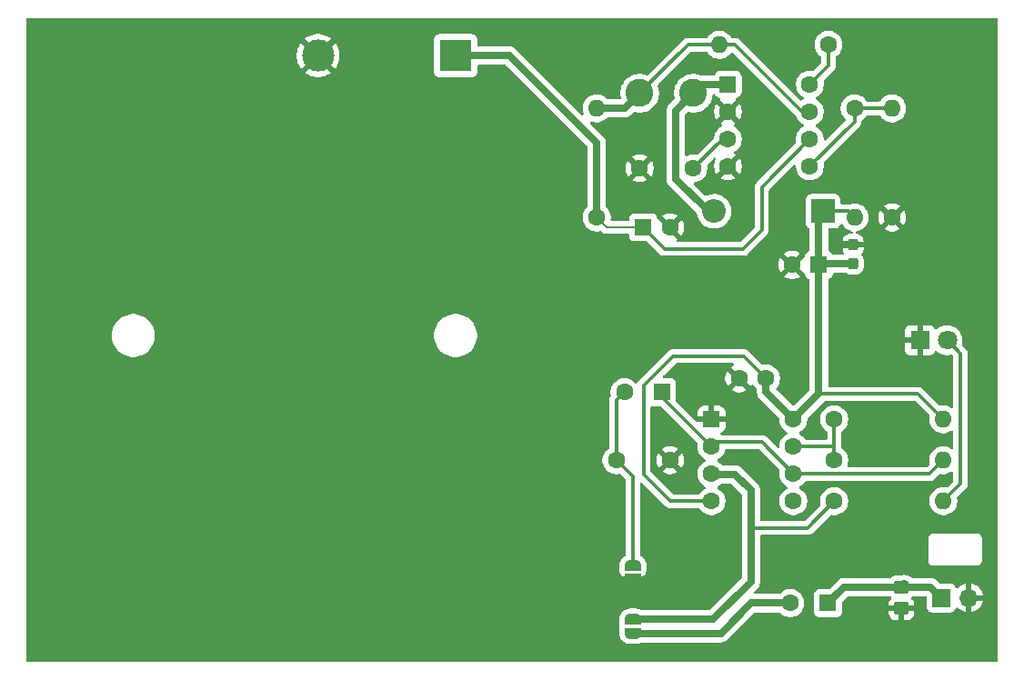
<source format=gbr>
%TF.GenerationSoftware,KiCad,Pcbnew,9.0.0*%
%TF.CreationDate,2025-03-06T18:24:39+01:00*%
%TF.ProjectId,GettingToBlinky,47657474-696e-4675-946f-426c696e6b79,rev?*%
%TF.SameCoordinates,Original*%
%TF.FileFunction,Copper,L1,Top*%
%TF.FilePolarity,Positive*%
%FSLAX46Y46*%
G04 Gerber Fmt 4.6, Leading zero omitted, Abs format (unit mm)*
G04 Created by KiCad (PCBNEW 9.0.0) date 2025-03-06 18:24:39*
%MOMM*%
%LPD*%
G01*
G04 APERTURE LIST*
G04 Aperture macros list*
%AMRoundRect*
0 Rectangle with rounded corners*
0 $1 Rounding radius*
0 $2 $3 $4 $5 $6 $7 $8 $9 X,Y pos of 4 corners*
0 Add a 4 corners polygon primitive as box body*
4,1,4,$2,$3,$4,$5,$6,$7,$8,$9,$2,$3,0*
0 Add four circle primitives for the rounded corners*
1,1,$1+$1,$2,$3*
1,1,$1+$1,$4,$5*
1,1,$1+$1,$6,$7*
1,1,$1+$1,$8,$9*
0 Add four rect primitives between the rounded corners*
20,1,$1+$1,$2,$3,$4,$5,0*
20,1,$1+$1,$4,$5,$6,$7,0*
20,1,$1+$1,$6,$7,$8,$9,0*
20,1,$1+$1,$8,$9,$2,$3,0*%
%AMFreePoly0*
4,1,23,0.500000,-0.750000,0.000000,-0.750000,0.000000,-0.745722,-0.065263,-0.745722,-0.191342,-0.711940,-0.304381,-0.646677,-0.396677,-0.554381,-0.461940,-0.441342,-0.495722,-0.315263,-0.495722,-0.250000,-0.500000,-0.250000,-0.500000,0.250000,-0.495722,0.250000,-0.495722,0.315263,-0.461940,0.441342,-0.396677,0.554381,-0.304381,0.646677,-0.191342,0.711940,-0.065263,0.745722,0.000000,0.745722,
0.000000,0.750000,0.500000,0.750000,0.500000,-0.750000,0.500000,-0.750000,$1*%
%AMFreePoly1*
4,1,23,0.000000,0.745722,0.065263,0.745722,0.191342,0.711940,0.304381,0.646677,0.396677,0.554381,0.461940,0.441342,0.495722,0.315263,0.495722,0.250000,0.500000,0.250000,0.500000,-0.250000,0.495722,-0.250000,0.495722,-0.315263,0.461940,-0.441342,0.396677,-0.554381,0.304381,-0.646677,0.191342,-0.711940,0.065263,-0.745722,0.000000,-0.745722,0.000000,-0.750000,-0.500000,-0.750000,
-0.500000,0.750000,0.000000,0.750000,0.000000,0.745722,0.000000,0.745722,$1*%
G04 Aperture macros list end*
%TA.AperFunction,ComponentPad*%
%ADD10C,2.600000*%
%TD*%
%TA.AperFunction,ComponentPad*%
%ADD11R,1.600000X1.600000*%
%TD*%
%TA.AperFunction,ComponentPad*%
%ADD12C,1.600000*%
%TD*%
%TA.AperFunction,SMDPad,CuDef*%
%ADD13FreePoly0,90.000000*%
%TD*%
%TA.AperFunction,SMDPad,CuDef*%
%ADD14FreePoly1,90.000000*%
%TD*%
%TA.AperFunction,ComponentPad*%
%ADD15O,1.600000X1.600000*%
%TD*%
%TA.AperFunction,ComponentPad*%
%ADD16R,1.700000X1.700000*%
%TD*%
%TA.AperFunction,ComponentPad*%
%ADD17O,1.700000X1.700000*%
%TD*%
%TA.AperFunction,ComponentPad*%
%ADD18R,3.000000X3.000000*%
%TD*%
%TA.AperFunction,ComponentPad*%
%ADD19C,3.000000*%
%TD*%
%TA.AperFunction,ComponentPad*%
%ADD20RoundRect,0.250000X-0.550000X-0.550000X0.550000X-0.550000X0.550000X0.550000X-0.550000X0.550000X0*%
%TD*%
%TA.AperFunction,SMDPad,CuDef*%
%ADD21RoundRect,0.250000X-0.450000X0.350000X-0.450000X-0.350000X0.450000X-0.350000X0.450000X0.350000X0*%
%TD*%
%TA.AperFunction,ComponentPad*%
%ADD22R,2.200000X2.200000*%
%TD*%
%TA.AperFunction,ComponentPad*%
%ADD23O,2.200000X2.200000*%
%TD*%
%TA.AperFunction,ComponentPad*%
%ADD24R,1.800000X1.800000*%
%TD*%
%TA.AperFunction,ComponentPad*%
%ADD25C,1.800000*%
%TD*%
%TA.AperFunction,SMDPad,CuDef*%
%ADD26RoundRect,0.237500X0.237500X-0.300000X0.237500X0.300000X-0.237500X0.300000X-0.237500X-0.300000X0*%
%TD*%
%TA.AperFunction,ViaPad*%
%ADD27C,1.000000*%
%TD*%
%TA.AperFunction,Conductor*%
%ADD28C,0.200000*%
%TD*%
%TA.AperFunction,Conductor*%
%ADD29C,0.700000*%
%TD*%
%TA.AperFunction,Conductor*%
%ADD30C,0.300000*%
%TD*%
%TA.AperFunction,Conductor*%
%ADD31C,0.500000*%
%TD*%
G04 APERTURE END LIST*
D10*
%TO.P,L1,1,1*%
%TO.N,Net-(U1-Ipk)*%
X140637500Y-89000000D03*
%TO.P,L1,2,2*%
%TO.N,Net-(D1-A)*%
X145637500Y-89000000D03*
%TD*%
D11*
%TO.P,C7,1*%
%TO.N,Net-(J1-Pin_1)*%
X158152651Y-136500000D03*
D12*
%TO.P,C7,2*%
%TO.N,Net-(JP2-A)*%
X154652651Y-136500000D03*
%TD*%
D13*
%TO.P,JP2,1,A*%
%TO.N,Net-(JP2-A)*%
X140000000Y-139300000D03*
D14*
%TO.P,JP2,2,B*%
%TO.N,Net-(JP2-B)*%
X140000000Y-138000000D03*
%TD*%
D12*
%TO.P,Rsc1,1*%
%TO.N,+BATT*%
X136637500Y-100580000D03*
D15*
%TO.P,Rsc1,2*%
%TO.N,Net-(U1-Ipk)*%
X136637500Y-90420000D03*
%TD*%
D16*
%TO.P,J1,1,Pin_1*%
%TO.N,Net-(J1-Pin_1)*%
X168725000Y-136000000D03*
D17*
%TO.P,J1,2,Pin_2*%
%TO.N,GND*%
X171265000Y-136000000D03*
%TD*%
D11*
%TO.P,C2,1*%
%TO.N,VCC*%
X157319880Y-105000000D03*
D12*
%TO.P,C2,2*%
%TO.N,GND*%
X154819880Y-105000000D03*
%TD*%
D18*
%TO.P,BT1,1,+*%
%TO.N,+BATT*%
X123500000Y-85500000D03*
D19*
%TO.P,BT1,2,-*%
%TO.N,GND*%
X110700000Y-85500000D03*
%TD*%
D12*
%TO.P,C5,1*%
%TO.N,Net-(JP1-B)*%
X138470000Y-123190000D03*
%TO.P,C5,2*%
%TO.N,GND*%
X143470000Y-123190000D03*
%TD*%
%TO.P,R5,1*%
%TO.N,/Disch*%
X158750000Y-123190000D03*
D15*
%TO.P,R5,2*%
%TO.N,Net-(U2-THR)*%
X168910000Y-123190000D03*
%TD*%
D20*
%TO.P,U2,1,GND*%
%TO.N,GND*%
X147325000Y-119380000D03*
D12*
%TO.P,U2,2,TR*%
%TO.N,Net-(U2-THR)*%
X147325000Y-121920000D03*
%TO.P,U2,3,Q*%
%TO.N,Net-(JP2-B)*%
X147325000Y-124460000D03*
%TO.P,U2,4,R*%
%TO.N,VCC*%
X147325000Y-127000000D03*
%TO.P,U2,5,CV*%
%TO.N,unconnected-(U2-CV-Pad5)*%
X154945000Y-127000000D03*
%TO.P,U2,6,THR*%
%TO.N,Net-(U2-THR)*%
X154945000Y-124460000D03*
%TO.P,U2,7,DIS*%
%TO.N,/Disch*%
X154945000Y-121920000D03*
%TO.P,U2,8,VCC*%
%TO.N,VCC*%
X154945000Y-119380000D03*
%TD*%
%TO.P,R1,1*%
%TO.N,Net-(U1-DC)*%
X158217500Y-84500000D03*
D15*
%TO.P,R1,2*%
%TO.N,Net-(U1-Ipk)*%
X148057500Y-84500000D03*
%TD*%
D11*
%TO.P,C4,1*%
%TO.N,Net-(U2-THR)*%
X142720000Y-116840000D03*
D12*
%TO.P,C4,2*%
%TO.N,Net-(JP1-B)*%
X139220000Y-116840000D03*
%TD*%
%TO.P,R2,1*%
%TO.N,Net-(U1-Vfb)*%
X160637500Y-90420000D03*
D15*
%TO.P,R2,2*%
%TO.N,VCC*%
X160637500Y-100580000D03*
%TD*%
D11*
%TO.P,C1,1*%
%TO.N,+BATT*%
X140955121Y-101500000D03*
D12*
%TO.P,C1,2*%
%TO.N,GND*%
X143455121Y-101500000D03*
%TD*%
D13*
%TO.P,JP1,1,A*%
%TO.N,GND*%
X140000000Y-134300000D03*
D14*
%TO.P,JP1,2,B*%
%TO.N,Net-(JP1-B)*%
X140000000Y-133000000D03*
%TD*%
D20*
%TO.P,U1,1,SwC*%
%TO.N,Net-(D1-A)*%
X148855000Y-88190000D03*
D12*
%TO.P,U1,2,SwE*%
%TO.N,GND*%
X148855000Y-90730000D03*
%TO.P,U1,3,TC*%
%TO.N,Net-(U1-TC)*%
X148855000Y-93270000D03*
%TO.P,U1,4,GND*%
%TO.N,GND*%
X148855000Y-95810000D03*
%TO.P,U1,5,Vfb*%
%TO.N,Net-(U1-Vfb)*%
X156475000Y-95810000D03*
%TO.P,U1,6,Vin*%
%TO.N,+BATT*%
X156475000Y-93270000D03*
%TO.P,U1,7,Ipk*%
%TO.N,Net-(U1-Ipk)*%
X156475000Y-90730000D03*
%TO.P,U1,8,DC*%
%TO.N,Net-(U1-DC)*%
X156475000Y-88190000D03*
%TD*%
%TO.P,R4,1*%
%TO.N,/Disch*%
X158750000Y-119380000D03*
D15*
%TO.P,R4,2*%
%TO.N,VCC*%
X168910000Y-119380000D03*
%TD*%
D21*
%TO.P,R7,1*%
%TO.N,Net-(J1-Pin_1)*%
X165000000Y-135000000D03*
%TO.P,R7,2*%
%TO.N,GND*%
X165000000Y-137000000D03*
%TD*%
D12*
%TO.P,C6,1*%
%TO.N,VCC*%
X152400000Y-115570000D03*
%TO.P,C6,2*%
%TO.N,GND*%
X149900000Y-115570000D03*
%TD*%
%TO.P,Ct1,1*%
%TO.N,Net-(U1-TC)*%
X145637500Y-96000000D03*
%TO.P,Ct1,2*%
%TO.N,GND*%
X140637500Y-96000000D03*
%TD*%
%TO.P,R3,1*%
%TO.N,GND*%
X164137500Y-100580000D03*
D15*
%TO.P,R3,2*%
%TO.N,Net-(U1-Vfb)*%
X164137500Y-90420000D03*
%TD*%
D22*
%TO.P,D1,1,K*%
%TO.N,VCC*%
X157717500Y-100000000D03*
D23*
%TO.P,D1,2,A*%
%TO.N,Net-(D1-A)*%
X147557500Y-100000000D03*
%TD*%
D24*
%TO.P,D2,1,K*%
%TO.N,GND*%
X166725000Y-112000000D03*
D25*
%TO.P,D2,2,A*%
%TO.N,Net-(D2-A)*%
X169265000Y-112000000D03*
%TD*%
D12*
%TO.P,R6,1*%
%TO.N,Net-(JP2-B)*%
X158750000Y-127000000D03*
D15*
%TO.P,R6,2*%
%TO.N,Net-(D2-A)*%
X168910000Y-127000000D03*
%TD*%
D26*
%TO.P,C3,1*%
%TO.N,VCC*%
X160500000Y-104862500D03*
%TO.P,C3,2*%
%TO.N,GND*%
X160500000Y-103137500D03*
%TD*%
D27*
%TO.N,GND*%
X164000000Y-123000000D03*
X159000000Y-103500000D03*
X164000000Y-119500000D03*
X164000000Y-127000000D03*
X151000000Y-123500000D03*
X157000000Y-120500000D03*
X140000000Y-135500000D03*
%TD*%
D28*
%TO.N,+BATT*%
X137557500Y-101500000D02*
X136637500Y-100580000D01*
X140955121Y-101500000D02*
X137557500Y-101500000D01*
D29*
X136637500Y-93637500D02*
X136637500Y-100580000D01*
X128500000Y-85500000D02*
X136637500Y-93637500D01*
X123500000Y-85500000D02*
X128500000Y-85500000D01*
D30*
X152000000Y-97745000D02*
X152000000Y-101750000D01*
X150250000Y-103500000D02*
X142955121Y-103500000D01*
X152000000Y-101750000D02*
X150250000Y-103500000D01*
X156475000Y-93270000D02*
X152000000Y-97745000D01*
X142955121Y-103500000D02*
X140955121Y-101500000D01*
D29*
%TO.N,GND*%
X159362500Y-103137500D02*
X159000000Y-103500000D01*
D30*
X140000000Y-134300000D02*
X140000000Y-135500000D01*
D29*
X160500000Y-103137500D02*
X159362500Y-103137500D01*
%TO.N,VCC*%
X157319880Y-105000000D02*
X157319880Y-100397620D01*
D31*
X157457380Y-104862500D02*
X157319880Y-105000000D01*
X157319880Y-105000000D02*
X157775000Y-105000000D01*
D30*
X160057500Y-100000000D02*
X160637500Y-100580000D01*
X141000000Y-116258000D02*
X143758000Y-113500000D01*
D29*
X152400000Y-116835000D02*
X154945000Y-119380000D01*
D30*
X150330000Y-113500000D02*
X152400000Y-115570000D01*
X157717500Y-100000000D02*
X160057500Y-100000000D01*
D29*
X160500000Y-104862500D02*
X157457380Y-104862500D01*
D30*
X143758000Y-113500000D02*
X150330000Y-113500000D01*
D29*
X157319880Y-100397620D02*
X157717500Y-100000000D01*
D30*
X143500000Y-127000000D02*
X141000000Y-124500000D01*
X168910000Y-119380000D02*
X166535120Y-117005120D01*
X147325000Y-127000000D02*
X143500000Y-127000000D01*
D29*
X157319880Y-117005120D02*
X154945000Y-119380000D01*
X152400000Y-115570000D02*
X152400000Y-116835000D01*
X157319880Y-105000000D02*
X157319880Y-117005120D01*
D30*
X166535120Y-117005120D02*
X157319880Y-117005120D01*
X141000000Y-124500000D02*
X141000000Y-116258000D01*
D31*
X157500000Y-104819880D02*
X157319880Y-105000000D01*
D30*
%TO.N,Net-(JP1-B)*%
X138470000Y-117590000D02*
X139220000Y-116840000D01*
X140000000Y-133000000D02*
X140000000Y-124720000D01*
X140000000Y-124720000D02*
X138470000Y-123190000D01*
X138470000Y-123190000D02*
X138470000Y-117590000D01*
%TO.N,Net-(U2-THR)*%
X152000000Y-121500000D02*
X147745000Y-121500000D01*
X147745000Y-121500000D02*
X147325000Y-121920000D01*
X142720000Y-117315000D02*
X147325000Y-121920000D01*
X168910000Y-123190000D02*
X167640000Y-124460000D01*
X154945000Y-124460000D02*
X154945000Y-124445000D01*
X142720000Y-116840000D02*
X142720000Y-117315000D01*
X167640000Y-124460000D02*
X154945000Y-124460000D01*
X154945000Y-124445000D02*
X152000000Y-121500000D01*
D29*
%TO.N,Net-(J1-Pin_1)*%
X165000000Y-135000000D02*
X159652651Y-135000000D01*
X159652651Y-135000000D02*
X158152651Y-136500000D01*
X165275000Y-134725000D02*
X165000000Y-135000000D01*
X167725000Y-135000000D02*
X168725000Y-136000000D01*
X165000000Y-135000000D02*
X167725000Y-135000000D01*
%TO.N,Net-(JP2-A)*%
X140000000Y-139300000D02*
X148200000Y-139300000D01*
X148200000Y-139300000D02*
X151000000Y-136500000D01*
X151000000Y-136500000D02*
X154652651Y-136500000D01*
D30*
%TO.N,Net-(U1-TC)*%
X148367500Y-93270000D02*
X148855000Y-93270000D01*
X145637500Y-96000000D02*
X148367500Y-93270000D01*
D29*
%TO.N,Net-(D1-A)*%
X146447500Y-88190000D02*
X148855000Y-88190000D01*
X145637500Y-89000000D02*
X146447500Y-88190000D01*
X145637500Y-89000000D02*
X144000000Y-90637500D01*
X144000000Y-97000000D02*
X147000000Y-100000000D01*
X147000000Y-100000000D02*
X147557500Y-100000000D01*
X144000000Y-90637500D02*
X144000000Y-97000000D01*
D30*
%TO.N,Net-(D2-A)*%
X169265000Y-112000000D02*
X170500000Y-113235000D01*
X170500000Y-125410000D02*
X168910000Y-127000000D01*
X170500000Y-113235000D02*
X170500000Y-125410000D01*
D29*
%TO.N,Net-(JP2-B)*%
X149500000Y-124500000D02*
X147365000Y-124500000D01*
X151000000Y-129500000D02*
X151000000Y-126000000D01*
D30*
X156250000Y-129500000D02*
X151000000Y-129500000D01*
D29*
X151000000Y-134500000D02*
X151000000Y-129500000D01*
D30*
X158750000Y-127000000D02*
X156250000Y-129500000D01*
D29*
X147365000Y-124500000D02*
X147325000Y-124460000D01*
X140000000Y-138000000D02*
X147500000Y-138000000D01*
X147500000Y-138000000D02*
X151000000Y-134500000D01*
X151000000Y-126000000D02*
X149500000Y-124500000D01*
%TO.N,Net-(U1-Ipk)*%
X136637500Y-90420000D02*
X139217500Y-90420000D01*
D30*
X149500000Y-84500000D02*
X148057500Y-84500000D01*
D29*
X139217500Y-90420000D02*
X140637500Y-89000000D01*
D30*
X145137500Y-84500000D02*
X148057500Y-84500000D01*
X140637500Y-89000000D02*
X145137500Y-84500000D01*
X155730000Y-90730000D02*
X149500000Y-84500000D01*
X156475000Y-90730000D02*
X155730000Y-90730000D01*
%TO.N,Net-(U1-DC)*%
X158217500Y-86447500D02*
X156475000Y-88190000D01*
X158217500Y-84500000D02*
X158217500Y-86447500D01*
%TO.N,Net-(U1-Vfb)*%
X160637500Y-91647500D02*
X156475000Y-95810000D01*
X164137500Y-90420000D02*
X160637500Y-90420000D01*
X160637500Y-90420000D02*
X160637500Y-91647500D01*
%TO.N,/Disch*%
X158750000Y-122000000D02*
X158750000Y-123190000D01*
X158670000Y-121920000D02*
X158750000Y-122000000D01*
X154945000Y-121920000D02*
X158670000Y-121920000D01*
X158750000Y-119380000D02*
X158750000Y-122000000D01*
%TD*%
%TA.AperFunction,Conductor*%
%TO.N,GND*%
G36*
X141804856Y-118132764D02*
G01*
X141804965Y-118132307D01*
X141812508Y-118134089D01*
X141812513Y-118134089D01*
X141812517Y-118134091D01*
X141872127Y-118140500D01*
X142574191Y-118140499D01*
X142641230Y-118160183D01*
X142661872Y-118176818D01*
X146017862Y-121532808D01*
X146051347Y-121594131D01*
X146052654Y-121639886D01*
X146024500Y-121817647D01*
X146024500Y-122022351D01*
X146056522Y-122224534D01*
X146119781Y-122419223D01*
X146142636Y-122464077D01*
X146205848Y-122588137D01*
X146212715Y-122601613D01*
X146333028Y-122767213D01*
X146477786Y-122911971D01*
X146632749Y-123024556D01*
X146643390Y-123032287D01*
X146734840Y-123078883D01*
X146736080Y-123079515D01*
X146786876Y-123127490D01*
X146803671Y-123195311D01*
X146781134Y-123261446D01*
X146736080Y-123300485D01*
X146643386Y-123347715D01*
X146477786Y-123468028D01*
X146333028Y-123612786D01*
X146212715Y-123778386D01*
X146119781Y-123960776D01*
X146056522Y-124155465D01*
X146024500Y-124357648D01*
X146024500Y-124562351D01*
X146056522Y-124764534D01*
X146119781Y-124959223D01*
X146212715Y-125141613D01*
X146333028Y-125307213D01*
X146477786Y-125451971D01*
X146632749Y-125564556D01*
X146643390Y-125572287D01*
X146734840Y-125618883D01*
X146736080Y-125619515D01*
X146786876Y-125667490D01*
X146803671Y-125735311D01*
X146781134Y-125801446D01*
X146736080Y-125840485D01*
X146643386Y-125887715D01*
X146477786Y-126008028D01*
X146333034Y-126152780D01*
X146333030Y-126152786D01*
X146227246Y-126298386D01*
X146171918Y-126341051D01*
X146126929Y-126349500D01*
X143820808Y-126349500D01*
X143753769Y-126329815D01*
X143733127Y-126313181D01*
X141686819Y-124266873D01*
X141653334Y-124205550D01*
X141650500Y-124179192D01*
X141650500Y-123087682D01*
X142170000Y-123087682D01*
X142170000Y-123292317D01*
X142202009Y-123494417D01*
X142265244Y-123689031D01*
X142358141Y-123871350D01*
X142358147Y-123871359D01*
X142390523Y-123915921D01*
X142390524Y-123915922D01*
X143070000Y-123236446D01*
X143070000Y-123242661D01*
X143097259Y-123344394D01*
X143149920Y-123435606D01*
X143224394Y-123510080D01*
X143315606Y-123562741D01*
X143417339Y-123590000D01*
X143423553Y-123590000D01*
X142744076Y-124269474D01*
X142788650Y-124301859D01*
X142970968Y-124394755D01*
X143165582Y-124457990D01*
X143367683Y-124490000D01*
X143572317Y-124490000D01*
X143774417Y-124457990D01*
X143969031Y-124394755D01*
X144151349Y-124301859D01*
X144195921Y-124269474D01*
X143516447Y-123590000D01*
X143522661Y-123590000D01*
X143624394Y-123562741D01*
X143715606Y-123510080D01*
X143790080Y-123435606D01*
X143842741Y-123344394D01*
X143870000Y-123242661D01*
X143870000Y-123236447D01*
X144549474Y-123915921D01*
X144581859Y-123871349D01*
X144674755Y-123689031D01*
X144737990Y-123494417D01*
X144770000Y-123292317D01*
X144770000Y-123087682D01*
X144737990Y-122885582D01*
X144674755Y-122690968D01*
X144581859Y-122508650D01*
X144549474Y-122464077D01*
X144549474Y-122464076D01*
X143870000Y-123143551D01*
X143870000Y-123137339D01*
X143842741Y-123035606D01*
X143790080Y-122944394D01*
X143715606Y-122869920D01*
X143624394Y-122817259D01*
X143522661Y-122790000D01*
X143516446Y-122790000D01*
X144195922Y-122110524D01*
X144195921Y-122110523D01*
X144151359Y-122078147D01*
X144151350Y-122078141D01*
X143969031Y-121985244D01*
X143774417Y-121922009D01*
X143572317Y-121890000D01*
X143367683Y-121890000D01*
X143165582Y-121922009D01*
X142970968Y-121985244D01*
X142788644Y-122078143D01*
X142744077Y-122110523D01*
X142744077Y-122110524D01*
X143423554Y-122790000D01*
X143417339Y-122790000D01*
X143315606Y-122817259D01*
X143224394Y-122869920D01*
X143149920Y-122944394D01*
X143097259Y-123035606D01*
X143070000Y-123137339D01*
X143070000Y-123143553D01*
X142390524Y-122464077D01*
X142390523Y-122464077D01*
X142358143Y-122508644D01*
X142265244Y-122690968D01*
X142202009Y-122885582D01*
X142170000Y-123087682D01*
X141650500Y-123087682D01*
X141650500Y-118252255D01*
X141670185Y-118185216D01*
X141722989Y-118139461D01*
X141792147Y-118129517D01*
X141804856Y-118132764D01*
G37*
%TD.AperFunction*%
%TA.AperFunction,Conductor*%
G36*
X166281351Y-117675305D02*
G01*
X166301993Y-117691939D01*
X167602862Y-118992808D01*
X167636347Y-119054131D01*
X167637654Y-119099886D01*
X167609500Y-119277647D01*
X167609500Y-119482351D01*
X167641522Y-119684534D01*
X167704781Y-119879223D01*
X167797715Y-120061613D01*
X167918028Y-120227213D01*
X168062786Y-120371971D01*
X168208383Y-120477751D01*
X168228390Y-120492287D01*
X168308453Y-120533081D01*
X168410776Y-120585218D01*
X168410778Y-120585218D01*
X168410781Y-120585220D01*
X168512126Y-120618149D01*
X168605465Y-120648477D01*
X168624697Y-120651523D01*
X168807648Y-120680500D01*
X168807649Y-120680500D01*
X169012351Y-120680500D01*
X169012352Y-120680500D01*
X169214534Y-120648477D01*
X169409219Y-120585220D01*
X169591610Y-120492287D01*
X169633818Y-120461620D01*
X169652615Y-120447965D01*
X169718421Y-120424485D01*
X169786475Y-120440311D01*
X169835170Y-120490416D01*
X169849500Y-120548283D01*
X169849500Y-122021716D01*
X169829815Y-122088755D01*
X169777011Y-122134510D01*
X169707853Y-122144454D01*
X169652616Y-122122035D01*
X169591612Y-122077714D01*
X169409223Y-121984781D01*
X169214534Y-121921522D01*
X169039995Y-121893878D01*
X169012352Y-121889500D01*
X168807648Y-121889500D01*
X168783329Y-121893351D01*
X168605465Y-121921522D01*
X168410776Y-121984781D01*
X168228386Y-122077715D01*
X168062786Y-122198028D01*
X167918028Y-122342786D01*
X167797715Y-122508386D01*
X167704781Y-122690776D01*
X167641522Y-122885465D01*
X167609500Y-123087648D01*
X167609500Y-123292351D01*
X167637654Y-123470111D01*
X167628699Y-123539405D01*
X167602862Y-123577190D01*
X167406871Y-123773182D01*
X167345551Y-123806666D01*
X167319192Y-123809500D01*
X160086810Y-123809500D01*
X160019771Y-123789815D01*
X159974016Y-123737011D01*
X159964072Y-123667853D01*
X159968879Y-123647182D01*
X160018476Y-123494538D01*
X160018476Y-123494537D01*
X160018477Y-123494534D01*
X160050500Y-123292352D01*
X160050500Y-123087648D01*
X160041731Y-123032284D01*
X160018477Y-122885465D01*
X159980054Y-122767213D01*
X159955220Y-122690781D01*
X159955218Y-122690778D01*
X159955218Y-122690776D01*
X159914795Y-122611442D01*
X159862287Y-122508390D01*
X159830092Y-122464077D01*
X159741971Y-122342786D01*
X159597217Y-122198032D01*
X159597212Y-122198028D01*
X159451615Y-122092246D01*
X159408949Y-122036916D01*
X159400500Y-121991928D01*
X159400500Y-120578070D01*
X159420185Y-120511031D01*
X159451613Y-120477753D01*
X159597219Y-120371966D01*
X159741966Y-120227219D01*
X159741968Y-120227215D01*
X159741971Y-120227213D01*
X159794732Y-120154590D01*
X159862287Y-120061610D01*
X159955220Y-119879219D01*
X160018477Y-119684534D01*
X160050500Y-119482352D01*
X160050500Y-119277648D01*
X160042257Y-119225606D01*
X160018477Y-119075465D01*
X159955218Y-118880776D01*
X159921503Y-118814607D01*
X159862287Y-118698390D01*
X159846966Y-118677302D01*
X159741971Y-118532786D01*
X159597213Y-118388028D01*
X159431613Y-118267715D01*
X159431612Y-118267714D01*
X159431610Y-118267713D01*
X159372675Y-118237684D01*
X159249223Y-118174781D01*
X159054534Y-118111522D01*
X158879475Y-118083796D01*
X158852352Y-118079500D01*
X158647648Y-118079500D01*
X158623329Y-118083351D01*
X158445465Y-118111522D01*
X158250776Y-118174781D01*
X158068386Y-118267715D01*
X157902786Y-118388028D01*
X157758028Y-118532786D01*
X157637715Y-118698386D01*
X157544781Y-118880776D01*
X157481522Y-119075465D01*
X157449500Y-119277648D01*
X157449500Y-119482351D01*
X157481522Y-119684534D01*
X157544781Y-119879223D01*
X157637715Y-120061613D01*
X157758028Y-120227213D01*
X157902784Y-120371969D01*
X157971863Y-120422157D01*
X158048385Y-120477753D01*
X158091051Y-120533081D01*
X158099500Y-120578070D01*
X158099500Y-121145500D01*
X158079815Y-121212539D01*
X158027011Y-121258294D01*
X157975500Y-121269500D01*
X156143071Y-121269500D01*
X156076032Y-121249815D01*
X156042754Y-121218386D01*
X155936966Y-121072781D01*
X155792219Y-120928034D01*
X155792213Y-120928028D01*
X155626614Y-120807715D01*
X155620006Y-120804348D01*
X155533917Y-120760483D01*
X155483123Y-120712511D01*
X155466328Y-120644690D01*
X155488865Y-120578555D01*
X155533917Y-120539516D01*
X155626610Y-120492287D01*
X155647770Y-120476913D01*
X155792213Y-120371971D01*
X155792215Y-120371968D01*
X155792219Y-120371966D01*
X155936966Y-120227219D01*
X155936968Y-120227215D01*
X155936971Y-120227213D01*
X155989732Y-120154590D01*
X156057287Y-120061610D01*
X156150220Y-119879219D01*
X156213477Y-119684534D01*
X156245500Y-119482352D01*
X156245500Y-119333651D01*
X156265185Y-119266612D01*
X156281819Y-119245970D01*
X157835850Y-117691939D01*
X157897173Y-117658454D01*
X157923531Y-117655620D01*
X166214312Y-117655620D01*
X166281351Y-117675305D01*
G37*
%TD.AperFunction*%
%TA.AperFunction,Conductor*%
G36*
X149372971Y-114170185D02*
G01*
X149418726Y-114222989D01*
X149428670Y-114292147D01*
X149399645Y-114355703D01*
X149362227Y-114384985D01*
X149218644Y-114458143D01*
X149174077Y-114490523D01*
X149174077Y-114490524D01*
X149853554Y-115170000D01*
X149847339Y-115170000D01*
X149745606Y-115197259D01*
X149654394Y-115249920D01*
X149579920Y-115324394D01*
X149527259Y-115415606D01*
X149500000Y-115517339D01*
X149500000Y-115523553D01*
X148820524Y-114844077D01*
X148820523Y-114844077D01*
X148788143Y-114888644D01*
X148695244Y-115070968D01*
X148632009Y-115265582D01*
X148600000Y-115467682D01*
X148600000Y-115672317D01*
X148632009Y-115874417D01*
X148695244Y-116069031D01*
X148788141Y-116251350D01*
X148788147Y-116251359D01*
X148820523Y-116295921D01*
X148820524Y-116295922D01*
X149500000Y-115616446D01*
X149500000Y-115622661D01*
X149527259Y-115724394D01*
X149579920Y-115815606D01*
X149654394Y-115890080D01*
X149745606Y-115942741D01*
X149847339Y-115970000D01*
X149853553Y-115970000D01*
X149174076Y-116649474D01*
X149218650Y-116681859D01*
X149400968Y-116774755D01*
X149595582Y-116837990D01*
X149797683Y-116870000D01*
X150002317Y-116870000D01*
X150204417Y-116837990D01*
X150399031Y-116774755D01*
X150581349Y-116681859D01*
X150625921Y-116649474D01*
X149946447Y-115970000D01*
X149952661Y-115970000D01*
X150054394Y-115942741D01*
X150145606Y-115890080D01*
X150220080Y-115815606D01*
X150272741Y-115724394D01*
X150300000Y-115622661D01*
X150300000Y-115616446D01*
X150979474Y-116295921D01*
X151011859Y-116251349D01*
X151039233Y-116197624D01*
X151087207Y-116146827D01*
X151155028Y-116130031D01*
X151221163Y-116152567D01*
X151260203Y-116197621D01*
X151287713Y-116251611D01*
X151408028Y-116417213D01*
X151513181Y-116522366D01*
X151546666Y-116583689D01*
X151549500Y-116610047D01*
X151549500Y-116918771D01*
X151582182Y-117083078D01*
X151582184Y-117083082D01*
X151584587Y-117088883D01*
X151584588Y-117088886D01*
X151646292Y-117237856D01*
X151646299Y-117237869D01*
X151739372Y-117377161D01*
X151739375Y-117377165D01*
X153608181Y-119245970D01*
X153641666Y-119307293D01*
X153644500Y-119333651D01*
X153644500Y-119482351D01*
X153676522Y-119684534D01*
X153739781Y-119879223D01*
X153832715Y-120061613D01*
X153953028Y-120227213D01*
X154097786Y-120371971D01*
X154243383Y-120477751D01*
X154263390Y-120492287D01*
X154343453Y-120533081D01*
X154356080Y-120539515D01*
X154406876Y-120587490D01*
X154423671Y-120655311D01*
X154401134Y-120721446D01*
X154356080Y-120760485D01*
X154263386Y-120807715D01*
X154097786Y-120928028D01*
X153953028Y-121072786D01*
X153832715Y-121238386D01*
X153739781Y-121420776D01*
X153676522Y-121615465D01*
X153644500Y-121817648D01*
X153644500Y-121925191D01*
X153624815Y-121992230D01*
X153572011Y-122037985D01*
X153502853Y-122047929D01*
X153439297Y-122018904D01*
X153432819Y-122012872D01*
X152414673Y-120994726D01*
X152314851Y-120928028D01*
X152308127Y-120923535D01*
X152189744Y-120874499D01*
X152189738Y-120874497D01*
X152064071Y-120849500D01*
X152064069Y-120849500D01*
X148249186Y-120849500D01*
X148182147Y-120829815D01*
X148136392Y-120777011D01*
X148126448Y-120707853D01*
X148155473Y-120644297D01*
X148188655Y-120619251D01*
X148187975Y-120618149D01*
X148343345Y-120522315D01*
X148467315Y-120398345D01*
X148559356Y-120249124D01*
X148559358Y-120249119D01*
X148614505Y-120082697D01*
X148614506Y-120082690D01*
X148624999Y-119979986D01*
X148625000Y-119979973D01*
X148625000Y-119630000D01*
X147640686Y-119630000D01*
X147645080Y-119625606D01*
X147697741Y-119534394D01*
X147725000Y-119432661D01*
X147725000Y-119327339D01*
X147697741Y-119225606D01*
X147645080Y-119134394D01*
X147640686Y-119130000D01*
X148624999Y-119130000D01*
X148624999Y-118780028D01*
X148624998Y-118780013D01*
X148614505Y-118677302D01*
X148559358Y-118510880D01*
X148559356Y-118510875D01*
X148467315Y-118361654D01*
X148343345Y-118237684D01*
X148194124Y-118145643D01*
X148194119Y-118145641D01*
X148027697Y-118090494D01*
X148027690Y-118090493D01*
X147924986Y-118080000D01*
X147575000Y-118080000D01*
X147575000Y-119064314D01*
X147570606Y-119059920D01*
X147479394Y-119007259D01*
X147377661Y-118980000D01*
X147272339Y-118980000D01*
X147170606Y-119007259D01*
X147079394Y-119059920D01*
X147075000Y-119064314D01*
X147075000Y-118080000D01*
X146725028Y-118080000D01*
X146725012Y-118080001D01*
X146622302Y-118090494D01*
X146455880Y-118145641D01*
X146455875Y-118145643D01*
X146306654Y-118237684D01*
X146182684Y-118361654D01*
X146090643Y-118510875D01*
X146090641Y-118510880D01*
X146035494Y-118677302D01*
X146035493Y-118677309D01*
X146025000Y-118780013D01*
X146025000Y-119130000D01*
X147009314Y-119130000D01*
X147004920Y-119134394D01*
X146952259Y-119225606D01*
X146925000Y-119327339D01*
X146925000Y-119432661D01*
X146952259Y-119534394D01*
X147004920Y-119625606D01*
X147009314Y-119630000D01*
X146006308Y-119630000D01*
X145939269Y-119610315D01*
X145918627Y-119593681D01*
X144056818Y-117731872D01*
X144023333Y-117670549D01*
X144020499Y-117644200D01*
X144020499Y-115992128D01*
X144014091Y-115932517D01*
X143963796Y-115797669D01*
X143963795Y-115797668D01*
X143963793Y-115797664D01*
X143877547Y-115682455D01*
X143877544Y-115682452D01*
X143762335Y-115596206D01*
X143762328Y-115596202D01*
X143716200Y-115578998D01*
X143627482Y-115545908D01*
X143627483Y-115545908D01*
X143567883Y-115539501D01*
X143567881Y-115539500D01*
X143567873Y-115539500D01*
X143567865Y-115539500D01*
X142937807Y-115539500D01*
X142870768Y-115519815D01*
X142825013Y-115467011D01*
X142815069Y-115397853D01*
X142844094Y-115334297D01*
X142850126Y-115327819D01*
X143333869Y-114844077D01*
X143991127Y-114186819D01*
X144052450Y-114153334D01*
X144078808Y-114150500D01*
X149305932Y-114150500D01*
X149372971Y-114170185D01*
G37*
%TD.AperFunction*%
%TA.AperFunction,Conductor*%
G36*
X147646595Y-89105685D02*
G01*
X147659393Y-89122901D01*
X147712285Y-89208652D01*
X147712288Y-89208656D01*
X147836344Y-89332712D01*
X147985666Y-89424814D01*
X148068152Y-89452147D01*
X148125597Y-89491920D01*
X148152420Y-89556436D01*
X148140105Y-89625212D01*
X148130143Y-89636975D01*
X148129077Y-89650524D01*
X148808554Y-90330000D01*
X148802339Y-90330000D01*
X148700606Y-90357259D01*
X148609394Y-90409920D01*
X148534920Y-90484394D01*
X148482259Y-90575606D01*
X148455000Y-90677339D01*
X148455000Y-90683553D01*
X147775524Y-90004077D01*
X147775523Y-90004077D01*
X147743143Y-90048644D01*
X147650244Y-90230968D01*
X147587009Y-90425582D01*
X147555000Y-90627682D01*
X147555000Y-90832317D01*
X147587009Y-91034417D01*
X147650244Y-91229031D01*
X147743141Y-91411350D01*
X147743147Y-91411359D01*
X147775523Y-91455921D01*
X147775524Y-91455922D01*
X148455000Y-90776446D01*
X148455000Y-90782661D01*
X148482259Y-90884394D01*
X148534920Y-90975606D01*
X148609394Y-91050080D01*
X148700606Y-91102741D01*
X148802339Y-91130000D01*
X148808553Y-91130000D01*
X148129076Y-91809474D01*
X148173652Y-91841861D01*
X148266628Y-91889234D01*
X148317425Y-91937208D01*
X148334220Y-92005029D01*
X148311683Y-92071164D01*
X148266630Y-92110203D01*
X148173388Y-92157713D01*
X148007786Y-92278028D01*
X147863028Y-92422786D01*
X147742715Y-92588386D01*
X147649781Y-92770778D01*
X147586522Y-92965468D01*
X147561666Y-93122396D01*
X147531736Y-93185531D01*
X147526874Y-93190678D01*
X146024690Y-94692862D01*
X145963367Y-94726347D01*
X145917611Y-94727654D01*
X145772111Y-94704609D01*
X145739852Y-94699500D01*
X145535148Y-94699500D01*
X145510829Y-94703351D01*
X145332965Y-94731522D01*
X145138273Y-94794782D01*
X145030794Y-94849546D01*
X144962125Y-94862442D01*
X144897385Y-94836165D01*
X144857128Y-94779059D01*
X144850500Y-94739061D01*
X144850500Y-91041150D01*
X144870185Y-90974111D01*
X144886815Y-90953473D01*
X145065384Y-90774903D01*
X145126707Y-90741419D01*
X145185157Y-90742809D01*
X145285486Y-90769693D01*
X145519489Y-90800500D01*
X145519496Y-90800500D01*
X145755504Y-90800500D01*
X145755511Y-90800500D01*
X145989514Y-90769693D01*
X146217493Y-90708606D01*
X146435549Y-90618284D01*
X146639950Y-90500273D01*
X146827199Y-90356592D01*
X146994092Y-90189699D01*
X147137773Y-90002450D01*
X147255784Y-89798049D01*
X147346106Y-89579993D01*
X147407193Y-89352014D01*
X147430917Y-89171810D01*
X147459182Y-89107917D01*
X147517506Y-89069445D01*
X147587371Y-89068613D01*
X147646595Y-89105685D01*
G37*
%TD.AperFunction*%
%TA.AperFunction,Conductor*%
G36*
X146864678Y-85152041D02*
G01*
X146870041Y-85150955D01*
X146897843Y-85161779D01*
X146926468Y-85170185D01*
X146931403Y-85174846D01*
X146935150Y-85176305D01*
X146959745Y-85201612D01*
X146991889Y-85245854D01*
X147065534Y-85347219D01*
X147210286Y-85491971D01*
X147355883Y-85597751D01*
X147375890Y-85612287D01*
X147455953Y-85653081D01*
X147558276Y-85705218D01*
X147558278Y-85705218D01*
X147558281Y-85705220D01*
X147639443Y-85731591D01*
X147752965Y-85768477D01*
X147854057Y-85784488D01*
X147955148Y-85800500D01*
X147955149Y-85800500D01*
X148159851Y-85800500D01*
X148159852Y-85800500D01*
X148362034Y-85768477D01*
X148556719Y-85705220D01*
X148739110Y-85612287D01*
X148893660Y-85500001D01*
X148904713Y-85491971D01*
X148904715Y-85491968D01*
X148904719Y-85491966D01*
X149049466Y-85347219D01*
X149123111Y-85245853D01*
X149178441Y-85203187D01*
X149248054Y-85197207D01*
X149309849Y-85229813D01*
X149311111Y-85231057D01*
X155229720Y-91149666D01*
X155259969Y-91199026D01*
X155269778Y-91229215D01*
X155362715Y-91411614D01*
X155483028Y-91577213D01*
X155627786Y-91721971D01*
X155707354Y-91779779D01*
X155793390Y-91842287D01*
X155884840Y-91888883D01*
X155886080Y-91889515D01*
X155936876Y-91937490D01*
X155953671Y-92005311D01*
X155931134Y-92071446D01*
X155886080Y-92110485D01*
X155793386Y-92157715D01*
X155627786Y-92278028D01*
X155483028Y-92422786D01*
X155362715Y-92588386D01*
X155269781Y-92770776D01*
X155206522Y-92965465D01*
X155174500Y-93167648D01*
X155174500Y-93372351D01*
X155202654Y-93550111D01*
X155193699Y-93619405D01*
X155167862Y-93657190D01*
X151494726Y-97330326D01*
X151423534Y-97436874D01*
X151374499Y-97555255D01*
X151374497Y-97555261D01*
X151349500Y-97680928D01*
X151349500Y-101429192D01*
X151329815Y-101496231D01*
X151313181Y-101516873D01*
X150016873Y-102813181D01*
X149955550Y-102846666D01*
X149929192Y-102849500D01*
X144186573Y-102849500D01*
X144119534Y-102829815D01*
X144073779Y-102777011D01*
X144063835Y-102707853D01*
X144092860Y-102644297D01*
X144130277Y-102615016D01*
X144136466Y-102611862D01*
X144136468Y-102611861D01*
X144181042Y-102579474D01*
X143501567Y-101900000D01*
X143507782Y-101900000D01*
X143609515Y-101872741D01*
X143700727Y-101820080D01*
X143775201Y-101745606D01*
X143827862Y-101654394D01*
X143855121Y-101552661D01*
X143855121Y-101546448D01*
X144534595Y-102225922D01*
X144534595Y-102225921D01*
X144566980Y-102181349D01*
X144659876Y-101999031D01*
X144723111Y-101804417D01*
X144755121Y-101602317D01*
X144755121Y-101397682D01*
X144723111Y-101195582D01*
X144659876Y-101000968D01*
X144566980Y-100818650D01*
X144534595Y-100774077D01*
X144534595Y-100774076D01*
X143855121Y-101453551D01*
X143855121Y-101447339D01*
X143827862Y-101345606D01*
X143775201Y-101254394D01*
X143700727Y-101179920D01*
X143609515Y-101127259D01*
X143507782Y-101100000D01*
X143501567Y-101100000D01*
X144181043Y-100420524D01*
X144181042Y-100420523D01*
X144136480Y-100388147D01*
X144136471Y-100388141D01*
X143954152Y-100295244D01*
X143759538Y-100232009D01*
X143557438Y-100200000D01*
X143352804Y-100200000D01*
X143150703Y-100232009D01*
X142956089Y-100295244D01*
X142773765Y-100388143D01*
X142729198Y-100420523D01*
X142729198Y-100420524D01*
X143408675Y-101100000D01*
X143402460Y-101100000D01*
X143300727Y-101127259D01*
X143209515Y-101179920D01*
X143135041Y-101254394D01*
X143082380Y-101345606D01*
X143055121Y-101447339D01*
X143055121Y-101453553D01*
X142370634Y-100769066D01*
X142320970Y-100758633D01*
X142271214Y-100709581D01*
X142259197Y-100678947D01*
X142255620Y-100664377D01*
X142255620Y-100652128D01*
X142249212Y-100592517D01*
X142216333Y-100504365D01*
X142216332Y-100504359D01*
X142198918Y-100457671D01*
X142198914Y-100457664D01*
X142112668Y-100342455D01*
X142112665Y-100342452D01*
X141997456Y-100256206D01*
X141997449Y-100256202D01*
X141862603Y-100205908D01*
X141862604Y-100205908D01*
X141803004Y-100199501D01*
X141803002Y-100199500D01*
X141802994Y-100199500D01*
X141802985Y-100199500D01*
X140107250Y-100199500D01*
X140107244Y-100199501D01*
X140047637Y-100205908D01*
X139912792Y-100256202D01*
X139912785Y-100256206D01*
X139797576Y-100342452D01*
X139797573Y-100342455D01*
X139711327Y-100457664D01*
X139711323Y-100457671D01*
X139661029Y-100592517D01*
X139654622Y-100652116D01*
X139654621Y-100652135D01*
X139654621Y-100775500D01*
X139634936Y-100842539D01*
X139582132Y-100888294D01*
X139530621Y-100899500D01*
X138048792Y-100899500D01*
X137981753Y-100879815D01*
X137935998Y-100827011D01*
X137926054Y-100757853D01*
X137926319Y-100756102D01*
X137938000Y-100682351D01*
X137938000Y-100477648D01*
X137905977Y-100275465D01*
X137857400Y-100125961D01*
X137842720Y-100080781D01*
X137842718Y-100080778D01*
X137842718Y-100080776D01*
X137749919Y-99898650D01*
X137749787Y-99898390D01*
X137742056Y-99887749D01*
X137629471Y-99732786D01*
X137524319Y-99627634D01*
X137490834Y-99566311D01*
X137488000Y-99539953D01*
X137488000Y-95897682D01*
X139337500Y-95897682D01*
X139337500Y-96102317D01*
X139369509Y-96304417D01*
X139432744Y-96499031D01*
X139525641Y-96681350D01*
X139525647Y-96681359D01*
X139558023Y-96725921D01*
X139558024Y-96725922D01*
X140237500Y-96046446D01*
X140237500Y-96052661D01*
X140264759Y-96154394D01*
X140317420Y-96245606D01*
X140391894Y-96320080D01*
X140483106Y-96372741D01*
X140584839Y-96400000D01*
X140591053Y-96400000D01*
X139911576Y-97079474D01*
X139956150Y-97111859D01*
X140138468Y-97204755D01*
X140333082Y-97267990D01*
X140535183Y-97300000D01*
X140739817Y-97300000D01*
X140941917Y-97267990D01*
X141136531Y-97204755D01*
X141318849Y-97111859D01*
X141363421Y-97079474D01*
X140683947Y-96400000D01*
X140690161Y-96400000D01*
X140791894Y-96372741D01*
X140883106Y-96320080D01*
X140957580Y-96245606D01*
X141010241Y-96154394D01*
X141037500Y-96052661D01*
X141037500Y-96046447D01*
X141716974Y-96725921D01*
X141749359Y-96681349D01*
X141842255Y-96499031D01*
X141905490Y-96304417D01*
X141937500Y-96102317D01*
X141937500Y-95897682D01*
X141905490Y-95695582D01*
X141842255Y-95500968D01*
X141749359Y-95318650D01*
X141716974Y-95274077D01*
X141716974Y-95274076D01*
X141037500Y-95953551D01*
X141037500Y-95947339D01*
X141010241Y-95845606D01*
X140957580Y-95754394D01*
X140883106Y-95679920D01*
X140791894Y-95627259D01*
X140690161Y-95600000D01*
X140683946Y-95600000D01*
X141363422Y-94920524D01*
X141363421Y-94920523D01*
X141318859Y-94888147D01*
X141318850Y-94888141D01*
X141136531Y-94795244D01*
X140941917Y-94732009D01*
X140739817Y-94700000D01*
X140535183Y-94700000D01*
X140333082Y-94732009D01*
X140138468Y-94795244D01*
X139956144Y-94888143D01*
X139911577Y-94920523D01*
X139911577Y-94920524D01*
X140591054Y-95600000D01*
X140584839Y-95600000D01*
X140483106Y-95627259D01*
X140391894Y-95679920D01*
X140317420Y-95754394D01*
X140264759Y-95845606D01*
X140237500Y-95947339D01*
X140237500Y-95953553D01*
X139558024Y-95274077D01*
X139558023Y-95274077D01*
X139525643Y-95318644D01*
X139432744Y-95500968D01*
X139369509Y-95695582D01*
X139337500Y-95897682D01*
X137488000Y-95897682D01*
X137488000Y-93553732D01*
X137487999Y-93553728D01*
X137459680Y-93411357D01*
X137455316Y-93389418D01*
X137436537Y-93344084D01*
X137391204Y-93234637D01*
X137298127Y-93095338D01*
X137298124Y-93095334D01*
X136043892Y-91841102D01*
X136010407Y-91779779D01*
X136015391Y-91710087D01*
X136057263Y-91654154D01*
X136122727Y-91629737D01*
X136169886Y-91635489D01*
X136294087Y-91675844D01*
X136332965Y-91688477D01*
X136434057Y-91704488D01*
X136535148Y-91720500D01*
X136535149Y-91720500D01*
X136739851Y-91720500D01*
X136739852Y-91720500D01*
X136942034Y-91688477D01*
X137136719Y-91625220D01*
X137319110Y-91532287D01*
X137424220Y-91455921D01*
X137484713Y-91411971D01*
X137484715Y-91411968D01*
X137484719Y-91411966D01*
X137589866Y-91306819D01*
X137651189Y-91273334D01*
X137677547Y-91270500D01*
X139301268Y-91270500D01*
X139301269Y-91270499D01*
X139465582Y-91237816D01*
X139513390Y-91218013D01*
X139620363Y-91173704D01*
X139759662Y-91080627D01*
X140065385Y-90774902D01*
X140126707Y-90741419D01*
X140185157Y-90742809D01*
X140285486Y-90769693D01*
X140519489Y-90800500D01*
X140519496Y-90800500D01*
X140755504Y-90800500D01*
X140755511Y-90800500D01*
X140989514Y-90769693D01*
X141217493Y-90708606D01*
X141435549Y-90618284D01*
X141547363Y-90553728D01*
X143149500Y-90553728D01*
X143149500Y-97083767D01*
X143156606Y-97119498D01*
X143182182Y-97248074D01*
X143182184Y-97248082D01*
X143246296Y-97402863D01*
X143246297Y-97402866D01*
X143339372Y-97542161D01*
X143339375Y-97542165D01*
X145934875Y-100137664D01*
X145968360Y-100198987D01*
X145969667Y-100205946D01*
X145996409Y-100374782D01*
X145996410Y-100374785D01*
X146074259Y-100614379D01*
X146182600Y-100827011D01*
X146188632Y-100838848D01*
X146336701Y-101042649D01*
X146336705Y-101042654D01*
X146514845Y-101220794D01*
X146514850Y-101220798D01*
X146632013Y-101305921D01*
X146718655Y-101368870D01*
X146833160Y-101427213D01*
X146943116Y-101483239D01*
X146943118Y-101483239D01*
X146943121Y-101483241D01*
X147182715Y-101561090D01*
X147431538Y-101600500D01*
X147431539Y-101600500D01*
X147683461Y-101600500D01*
X147683462Y-101600500D01*
X147932285Y-101561090D01*
X148171879Y-101483241D01*
X148396345Y-101368870D01*
X148600156Y-101220793D01*
X148778293Y-101042656D01*
X148926370Y-100838845D01*
X149040741Y-100614379D01*
X149118590Y-100374785D01*
X149158000Y-100125962D01*
X149158000Y-99874038D01*
X149118590Y-99625215D01*
X149040741Y-99385621D01*
X149040739Y-99385618D01*
X149040739Y-99385616D01*
X148986670Y-99279500D01*
X148926370Y-99161155D01*
X148907452Y-99135117D01*
X148778298Y-98957350D01*
X148778294Y-98957345D01*
X148600154Y-98779205D01*
X148600149Y-98779201D01*
X148396348Y-98631132D01*
X148396347Y-98631131D01*
X148396345Y-98631130D01*
X148265025Y-98564219D01*
X148171883Y-98516760D01*
X147932285Y-98438910D01*
X147683462Y-98399500D01*
X147431538Y-98399500D01*
X147348597Y-98412636D01*
X147182713Y-98438910D01*
X147182710Y-98438910D01*
X146943122Y-98516758D01*
X146943121Y-98516758D01*
X146875283Y-98551323D01*
X146806613Y-98564219D01*
X146741873Y-98537942D01*
X146731308Y-98528519D01*
X145707717Y-97504928D01*
X145674232Y-97443605D01*
X145679216Y-97373913D01*
X145721088Y-97317980D01*
X145775997Y-97294775D01*
X145942034Y-97268477D01*
X146136719Y-97205220D01*
X146319110Y-97112287D01*
X146412090Y-97044732D01*
X146484713Y-96991971D01*
X146484715Y-96991968D01*
X146484719Y-96991966D01*
X146629466Y-96847219D01*
X146749787Y-96681610D01*
X146842720Y-96499219D01*
X146905977Y-96304534D01*
X146938000Y-96102352D01*
X146938000Y-95897648D01*
X146924118Y-95809999D01*
X146909845Y-95719886D01*
X146918800Y-95650593D01*
X146944634Y-95612810D01*
X147516100Y-95041344D01*
X147577421Y-95007861D01*
X147647113Y-95012845D01*
X147703046Y-95054717D01*
X147727463Y-95120181D01*
X147714264Y-95185321D01*
X147650245Y-95310965D01*
X147587009Y-95505582D01*
X147555000Y-95707682D01*
X147555000Y-95912317D01*
X147587009Y-96114417D01*
X147650244Y-96309031D01*
X147743141Y-96491350D01*
X147743147Y-96491359D01*
X147775523Y-96535921D01*
X147775524Y-96535922D01*
X148455000Y-95856446D01*
X148455000Y-95862661D01*
X148482259Y-95964394D01*
X148534920Y-96055606D01*
X148609394Y-96130080D01*
X148700606Y-96182741D01*
X148802339Y-96210000D01*
X148808553Y-96210000D01*
X148129076Y-96889474D01*
X148173650Y-96921859D01*
X148355968Y-97014755D01*
X148550582Y-97077990D01*
X148752683Y-97110000D01*
X148957317Y-97110000D01*
X149159417Y-97077990D01*
X149354031Y-97014755D01*
X149536349Y-96921859D01*
X149580921Y-96889474D01*
X148901447Y-96210000D01*
X148907661Y-96210000D01*
X149009394Y-96182741D01*
X149100606Y-96130080D01*
X149175080Y-96055606D01*
X149227741Y-95964394D01*
X149255000Y-95862661D01*
X149255000Y-95856448D01*
X149934474Y-96535922D01*
X149934474Y-96535921D01*
X149966859Y-96491349D01*
X150059755Y-96309031D01*
X150122990Y-96114417D01*
X150155000Y-95912317D01*
X150155000Y-95707682D01*
X150122990Y-95505582D01*
X150059755Y-95310968D01*
X149966859Y-95128650D01*
X149934474Y-95084077D01*
X149934474Y-95084076D01*
X149255000Y-95763551D01*
X149255000Y-95757339D01*
X149227741Y-95655606D01*
X149175080Y-95564394D01*
X149100606Y-95489920D01*
X149009394Y-95437259D01*
X148907661Y-95410000D01*
X148901446Y-95410000D01*
X149580922Y-94730524D01*
X149580921Y-94730523D01*
X149536359Y-94698147D01*
X149536350Y-94698141D01*
X149443369Y-94650765D01*
X149392573Y-94602790D01*
X149375778Y-94534969D01*
X149398315Y-94468835D01*
X149443370Y-94429795D01*
X149536610Y-94382287D01*
X149586144Y-94346298D01*
X149702213Y-94261971D01*
X149702215Y-94261968D01*
X149702219Y-94261966D01*
X149846966Y-94117219D01*
X149846968Y-94117215D01*
X149846971Y-94117213D01*
X149921382Y-94014793D01*
X149967287Y-93951610D01*
X150060220Y-93769219D01*
X150123477Y-93574534D01*
X150155500Y-93372352D01*
X150155500Y-93167648D01*
X150123477Y-92965466D01*
X150060220Y-92770781D01*
X150060218Y-92770778D01*
X150060218Y-92770776D01*
X150026503Y-92704607D01*
X149967287Y-92588390D01*
X149959556Y-92577749D01*
X149846971Y-92422786D01*
X149702213Y-92278028D01*
X149536611Y-92157713D01*
X149443369Y-92110203D01*
X149392574Y-92062229D01*
X149375779Y-91994407D01*
X149398317Y-91928273D01*
X149443371Y-91889234D01*
X149536346Y-91841861D01*
X149536347Y-91841861D01*
X149580921Y-91809474D01*
X148901447Y-91130000D01*
X148907661Y-91130000D01*
X149009394Y-91102741D01*
X149100606Y-91050080D01*
X149175080Y-90975606D01*
X149227741Y-90884394D01*
X149255000Y-90782661D01*
X149255000Y-90776448D01*
X149934474Y-91455922D01*
X149934474Y-91455921D01*
X149966859Y-91411349D01*
X150059755Y-91229031D01*
X150122990Y-91034417D01*
X150155000Y-90832317D01*
X150155000Y-90627682D01*
X150122990Y-90425582D01*
X150059755Y-90230968D01*
X149966859Y-90048650D01*
X149934474Y-90004077D01*
X149934474Y-90004076D01*
X149255000Y-90683551D01*
X149255000Y-90677339D01*
X149227741Y-90575606D01*
X149175080Y-90484394D01*
X149100606Y-90409920D01*
X149009394Y-90357259D01*
X148907661Y-90330000D01*
X148901446Y-90330000D01*
X149580922Y-89650524D01*
X149579570Y-89633349D01*
X149565299Y-89614842D01*
X149559320Y-89545229D01*
X149591925Y-89483433D01*
X149641845Y-89452148D01*
X149724334Y-89424814D01*
X149873656Y-89332712D01*
X149997712Y-89208656D01*
X150089814Y-89059334D01*
X150144999Y-88892797D01*
X150155500Y-88790009D01*
X150155499Y-87589992D01*
X150144999Y-87487203D01*
X150089814Y-87320666D01*
X149997712Y-87171344D01*
X149873656Y-87047288D01*
X149724334Y-86955186D01*
X149557797Y-86900001D01*
X149557795Y-86900000D01*
X149455010Y-86889500D01*
X148254998Y-86889500D01*
X148254981Y-86889501D01*
X148152203Y-86900000D01*
X148152200Y-86900001D01*
X147985668Y-86955185D01*
X147985663Y-86955187D01*
X147836342Y-87047289D01*
X147712289Y-87171342D01*
X147644901Y-87280597D01*
X147592953Y-87327321D01*
X147539362Y-87339500D01*
X146358296Y-87339500D01*
X146310843Y-87330061D01*
X146217493Y-87291394D01*
X145989510Y-87230306D01*
X145755520Y-87199501D01*
X145755517Y-87199500D01*
X145755511Y-87199500D01*
X145519489Y-87199500D01*
X145519483Y-87199500D01*
X145519479Y-87199501D01*
X145285489Y-87230306D01*
X145057506Y-87291394D01*
X144839454Y-87381714D01*
X144839443Y-87381719D01*
X144635045Y-87499730D01*
X144447802Y-87643406D01*
X144447795Y-87643412D01*
X144280912Y-87810295D01*
X144280906Y-87810302D01*
X144137230Y-87997545D01*
X144019219Y-88201943D01*
X144019214Y-88201954D01*
X143928894Y-88420006D01*
X143867806Y-88647989D01*
X143837001Y-88881979D01*
X143837000Y-88881995D01*
X143837000Y-89118004D01*
X143837001Y-89118020D01*
X143867805Y-89352003D01*
X143867806Y-89352008D01*
X143867807Y-89352014D01*
X143887314Y-89424815D01*
X143894689Y-89452340D01*
X143893026Y-89522190D01*
X143862595Y-89572114D01*
X143339375Y-90095334D01*
X143339372Y-90095338D01*
X143246297Y-90234633D01*
X143246296Y-90234636D01*
X143212872Y-90315330D01*
X143212872Y-90315331D01*
X143182184Y-90389417D01*
X143182182Y-90389425D01*
X143149500Y-90553728D01*
X141547363Y-90553728D01*
X141639950Y-90500273D01*
X141827199Y-90356592D01*
X141994092Y-90189699D01*
X142137773Y-90002450D01*
X142255784Y-89798049D01*
X142346106Y-89579993D01*
X142407193Y-89352014D01*
X142438000Y-89118011D01*
X142438000Y-88881989D01*
X142407193Y-88647986D01*
X142346106Y-88420007D01*
X142316695Y-88349003D01*
X142309226Y-88279533D01*
X142340501Y-88217054D01*
X142343546Y-88213898D01*
X145370627Y-85186819D01*
X145431950Y-85153334D01*
X145458308Y-85150500D01*
X146859429Y-85150500D01*
X146864678Y-85152041D01*
G37*
%TD.AperFunction*%
%TA.AperFunction,Conductor*%
G36*
X173942539Y-82020185D02*
G01*
X173988294Y-82072989D01*
X173999500Y-82124500D01*
X173999500Y-141875500D01*
X173979815Y-141942539D01*
X173927011Y-141988294D01*
X173875500Y-141999500D01*
X83624500Y-141999500D01*
X83557461Y-141979815D01*
X83511706Y-141927011D01*
X83500500Y-141875500D01*
X83500500Y-123087648D01*
X137169500Y-123087648D01*
X137169500Y-123292351D01*
X137201522Y-123494534D01*
X137264781Y-123689223D01*
X137309433Y-123776856D01*
X137357585Y-123871359D01*
X137357715Y-123871613D01*
X137478028Y-124037213D01*
X137622786Y-124181971D01*
X137739646Y-124266873D01*
X137788390Y-124302287D01*
X137897040Y-124357647D01*
X137970776Y-124395218D01*
X137970778Y-124395218D01*
X137970781Y-124395220D01*
X138075137Y-124429127D01*
X138165465Y-124458477D01*
X138266557Y-124474488D01*
X138367648Y-124490500D01*
X138367649Y-124490500D01*
X138572351Y-124490500D01*
X138572352Y-124490500D01*
X138750112Y-124462345D01*
X138819405Y-124471299D01*
X138857191Y-124497137D01*
X139313181Y-124953127D01*
X139346666Y-125014450D01*
X139349500Y-125040808D01*
X139349500Y-131998586D01*
X139329815Y-132065625D01*
X139287501Y-132105973D01*
X139190243Y-132162125D01*
X139190232Y-132162132D01*
X139085555Y-132242455D01*
X139085545Y-132242464D01*
X138992464Y-132335545D01*
X138992455Y-132335555D01*
X138912132Y-132440232D01*
X138912120Y-132440250D01*
X138846303Y-132554248D01*
X138846302Y-132554249D01*
X138795800Y-132676170D01*
X138761724Y-132803341D01*
X138744500Y-132934166D01*
X138744500Y-133500002D01*
X138749644Y-133571940D01*
X138790182Y-133709994D01*
X138867967Y-133831030D01*
X138867971Y-133831034D01*
X138959102Y-133910000D01*
X138976706Y-133925254D01*
X139017174Y-133943735D01*
X139107580Y-133985023D01*
X139107583Y-133985023D01*
X139107584Y-133985024D01*
X139250000Y-134005500D01*
X139250003Y-134005500D01*
X140750000Y-134005500D01*
X140821940Y-134000355D01*
X140959992Y-133959819D01*
X141081032Y-133882031D01*
X141175254Y-133773294D01*
X141235024Y-133642416D01*
X141255500Y-133500000D01*
X141255500Y-132934174D01*
X141238275Y-132803338D01*
X141204200Y-132676171D01*
X141153701Y-132554257D01*
X141153698Y-132554252D01*
X141153697Y-132554249D01*
X141153696Y-132554248D01*
X141087879Y-132440250D01*
X141087875Y-132440243D01*
X141007541Y-132335551D01*
X140914449Y-132242459D01*
X140914444Y-132242455D01*
X140809767Y-132162132D01*
X140809761Y-132162128D01*
X140809757Y-132162125D01*
X140712499Y-132105973D01*
X140664284Y-132055406D01*
X140650500Y-131998586D01*
X140650500Y-125369808D01*
X140670185Y-125302769D01*
X140722989Y-125257014D01*
X140792147Y-125247070D01*
X140855703Y-125276095D01*
X140862181Y-125282127D01*
X143085325Y-127505272D01*
X143085328Y-127505275D01*
X143188228Y-127574030D01*
X143190085Y-127575270D01*
X143191873Y-127576465D01*
X143310256Y-127625501D01*
X143310260Y-127625501D01*
X143310261Y-127625502D01*
X143435928Y-127650500D01*
X143435931Y-127650500D01*
X146126929Y-127650500D01*
X146193968Y-127670185D01*
X146227245Y-127701613D01*
X146333030Y-127847213D01*
X146333034Y-127847219D01*
X146477786Y-127991971D01*
X146632749Y-128104556D01*
X146643390Y-128112287D01*
X146759607Y-128171503D01*
X146825776Y-128205218D01*
X146825778Y-128205218D01*
X146825781Y-128205220D01*
X146930137Y-128239127D01*
X147020465Y-128268477D01*
X147121557Y-128284488D01*
X147222648Y-128300500D01*
X147222649Y-128300500D01*
X147427351Y-128300500D01*
X147427352Y-128300500D01*
X147629534Y-128268477D01*
X147824219Y-128205220D01*
X148006610Y-128112287D01*
X148099590Y-128044732D01*
X148172213Y-127991971D01*
X148172215Y-127991968D01*
X148172219Y-127991966D01*
X148316966Y-127847219D01*
X148316968Y-127847215D01*
X148316971Y-127847213D01*
X148369732Y-127774590D01*
X148437287Y-127681610D01*
X148530220Y-127499219D01*
X148593477Y-127304534D01*
X148625500Y-127102352D01*
X148625500Y-126897648D01*
X148593477Y-126695466D01*
X148530220Y-126500781D01*
X148530218Y-126500778D01*
X148530218Y-126500776D01*
X148467299Y-126377292D01*
X148437287Y-126318390D01*
X148422753Y-126298385D01*
X148316971Y-126152786D01*
X148172213Y-126008028D01*
X148006614Y-125887715D01*
X148000006Y-125884348D01*
X147913917Y-125840483D01*
X147863123Y-125792511D01*
X147846328Y-125724690D01*
X147868865Y-125658555D01*
X147913917Y-125619516D01*
X148006610Y-125572287D01*
X148027770Y-125556913D01*
X148172213Y-125451971D01*
X148172215Y-125451968D01*
X148172219Y-125451966D01*
X148237366Y-125386819D01*
X148298689Y-125353334D01*
X148325047Y-125350500D01*
X149096349Y-125350500D01*
X149163388Y-125370185D01*
X149184030Y-125386819D01*
X150113181Y-126315969D01*
X150146666Y-126377292D01*
X150149500Y-126403650D01*
X150149500Y-134096349D01*
X150129815Y-134163388D01*
X150113181Y-134184030D01*
X147184030Y-137113181D01*
X147122707Y-137146666D01*
X147096349Y-137149500D01*
X140821116Y-137149500D01*
X140759116Y-137132887D01*
X140695751Y-137096303D01*
X140695750Y-137096302D01*
X140686163Y-137092331D01*
X140573829Y-137045800D01*
X140446662Y-137011725D01*
X140446661Y-137011724D01*
X140446658Y-137011724D01*
X140315833Y-136994500D01*
X140315826Y-136994500D01*
X139684174Y-136994500D01*
X139684166Y-136994500D01*
X139553341Y-137011724D01*
X139426170Y-137045800D01*
X139304249Y-137096302D01*
X139304248Y-137096303D01*
X139190250Y-137162120D01*
X139190232Y-137162132D01*
X139085555Y-137242455D01*
X139085545Y-137242464D01*
X138992464Y-137335545D01*
X138992455Y-137335555D01*
X138912132Y-137440232D01*
X138912120Y-137440250D01*
X138846303Y-137554248D01*
X138846302Y-137554249D01*
X138795800Y-137676170D01*
X138761724Y-137803341D01*
X138744500Y-137934166D01*
X138744500Y-138500002D01*
X138749644Y-138571939D01*
X138760603Y-138609262D01*
X138764363Y-138661841D01*
X138744500Y-138799998D01*
X138744500Y-139365833D01*
X138761724Y-139496658D01*
X138795800Y-139623829D01*
X138846302Y-139745750D01*
X138846303Y-139745751D01*
X138912120Y-139859749D01*
X138912132Y-139859767D01*
X138989524Y-139960624D01*
X138992459Y-139964449D01*
X139085551Y-140057541D01*
X139085555Y-140057544D01*
X139190232Y-140137867D01*
X139190236Y-140137869D01*
X139190243Y-140137875D01*
X139190250Y-140137879D01*
X139304248Y-140203696D01*
X139304249Y-140203697D01*
X139304252Y-140203698D01*
X139304257Y-140203701D01*
X139426171Y-140254200D01*
X139553338Y-140288275D01*
X139684174Y-140305500D01*
X139684181Y-140305500D01*
X140315819Y-140305500D01*
X140315826Y-140305500D01*
X140446662Y-140288275D01*
X140573829Y-140254200D01*
X140695743Y-140203701D01*
X140728646Y-140184704D01*
X140759116Y-140167113D01*
X140821116Y-140150500D01*
X148283768Y-140150500D01*
X148283769Y-140150499D01*
X148347278Y-140137867D01*
X148448074Y-140117818D01*
X148448078Y-140117816D01*
X148448082Y-140117816D01*
X148493415Y-140099037D01*
X148602863Y-140053704D01*
X148742162Y-139960627D01*
X151315970Y-137386819D01*
X151377293Y-137353334D01*
X151403651Y-137350500D01*
X153612604Y-137350500D01*
X153679643Y-137370185D01*
X153700285Y-137386819D01*
X153805437Y-137491971D01*
X153960400Y-137604556D01*
X153971041Y-137612287D01*
X154059863Y-137657544D01*
X154153427Y-137705218D01*
X154153429Y-137705218D01*
X154153432Y-137705220D01*
X154257788Y-137739127D01*
X154348116Y-137768477D01*
X154449208Y-137784488D01*
X154550299Y-137800500D01*
X154550300Y-137800500D01*
X154755002Y-137800500D01*
X154755003Y-137800500D01*
X154957185Y-137768477D01*
X155151870Y-137705220D01*
X155334261Y-137612287D01*
X155430552Y-137542328D01*
X155499864Y-137491971D01*
X155499866Y-137491968D01*
X155499870Y-137491966D01*
X155644617Y-137347219D01*
X155644619Y-137347215D01*
X155644622Y-137347213D01*
X155697383Y-137274590D01*
X155764938Y-137181610D01*
X155857871Y-136999219D01*
X155921128Y-136804534D01*
X155953151Y-136602352D01*
X155953151Y-136397648D01*
X155942575Y-136330875D01*
X155921128Y-136195465D01*
X155863362Y-136017680D01*
X155857871Y-136000781D01*
X155857869Y-136000778D01*
X155857869Y-136000776D01*
X155764938Y-135818390D01*
X155694683Y-135721691D01*
X155694682Y-135721688D01*
X155644622Y-135652787D01*
X155644618Y-135652782D01*
X155643971Y-135652135D01*
X156852151Y-135652135D01*
X156852151Y-137347870D01*
X156852152Y-137347876D01*
X156858559Y-137407483D01*
X156908853Y-137542328D01*
X156908857Y-137542335D01*
X156995103Y-137657544D01*
X156995106Y-137657547D01*
X157110315Y-137743793D01*
X157110322Y-137743797D01*
X157245168Y-137794091D01*
X157245167Y-137794091D01*
X157252095Y-137794835D01*
X157304778Y-137800500D01*
X159000523Y-137800499D01*
X159060134Y-137794091D01*
X159194982Y-137743796D01*
X159310197Y-137657546D01*
X159396447Y-137542331D01*
X159446742Y-137407483D01*
X159447548Y-137399986D01*
X163800001Y-137399986D01*
X163810494Y-137502697D01*
X163865641Y-137669119D01*
X163865643Y-137669124D01*
X163957684Y-137818345D01*
X164081654Y-137942315D01*
X164230875Y-138034356D01*
X164230880Y-138034358D01*
X164397302Y-138089505D01*
X164397309Y-138089506D01*
X164500019Y-138099999D01*
X164749999Y-138099999D01*
X165250000Y-138099999D01*
X165499972Y-138099999D01*
X165499986Y-138099998D01*
X165602697Y-138089505D01*
X165769119Y-138034358D01*
X165769124Y-138034356D01*
X165918345Y-137942315D01*
X166042315Y-137818345D01*
X166134356Y-137669124D01*
X166134358Y-137669119D01*
X166189505Y-137502697D01*
X166189506Y-137502690D01*
X166199999Y-137399986D01*
X166200000Y-137399973D01*
X166200000Y-137250000D01*
X165250000Y-137250000D01*
X165250000Y-138099999D01*
X164749999Y-138099999D01*
X164750000Y-138099998D01*
X164750000Y-137250000D01*
X163800001Y-137250000D01*
X163800001Y-137399986D01*
X159447548Y-137399986D01*
X159453151Y-137347873D01*
X159453150Y-136453649D01*
X159472834Y-136386611D01*
X159489464Y-136365974D01*
X159968620Y-135886819D01*
X160029943Y-135853334D01*
X160056301Y-135850500D01*
X163937770Y-135850500D01*
X163967210Y-135859144D01*
X163997197Y-135865668D01*
X164002212Y-135869422D01*
X164004809Y-135870185D01*
X164025451Y-135886819D01*
X164051304Y-135912672D01*
X164084789Y-135973995D01*
X164079805Y-136043687D01*
X164051305Y-136088034D01*
X163957682Y-136181657D01*
X163865643Y-136330875D01*
X163865641Y-136330880D01*
X163810494Y-136497302D01*
X163810493Y-136497309D01*
X163800000Y-136600013D01*
X163800000Y-136750000D01*
X166199999Y-136750000D01*
X166199999Y-136600028D01*
X166199998Y-136600013D01*
X166189505Y-136497302D01*
X166134358Y-136330880D01*
X166134356Y-136330875D01*
X166042315Y-136181654D01*
X165948695Y-136088034D01*
X165944356Y-136080089D01*
X165937107Y-136074662D01*
X165927871Y-136049899D01*
X165915210Y-136026711D01*
X165915855Y-136017680D01*
X165912692Y-136009197D01*
X165918308Y-135983378D01*
X165920194Y-135957019D01*
X165926013Y-135947963D01*
X165927545Y-135940924D01*
X165948690Y-135912677D01*
X165974552Y-135886815D01*
X166035874Y-135853333D01*
X166062230Y-135850500D01*
X167250500Y-135850500D01*
X167317539Y-135870185D01*
X167363294Y-135922989D01*
X167374500Y-135974500D01*
X167374500Y-136897870D01*
X167374501Y-136897876D01*
X167380908Y-136957483D01*
X167431202Y-137092328D01*
X167431206Y-137092335D01*
X167517452Y-137207544D01*
X167517455Y-137207547D01*
X167632664Y-137293793D01*
X167632671Y-137293797D01*
X167767517Y-137344091D01*
X167767516Y-137344091D01*
X167774444Y-137344835D01*
X167827127Y-137350500D01*
X169622872Y-137350499D01*
X169682483Y-137344091D01*
X169817331Y-137293796D01*
X169932546Y-137207546D01*
X170018796Y-137092331D01*
X170068002Y-136960401D01*
X170109872Y-136904468D01*
X170175337Y-136880050D01*
X170243610Y-136894901D01*
X170271865Y-136916053D01*
X170385535Y-137029723D01*
X170385540Y-137029727D01*
X170557442Y-137154620D01*
X170746782Y-137251095D01*
X170948871Y-137316757D01*
X171015000Y-137327231D01*
X171015000Y-136433012D01*
X171072007Y-136465925D01*
X171199174Y-136500000D01*
X171330826Y-136500000D01*
X171457993Y-136465925D01*
X171515000Y-136433012D01*
X171515000Y-137327230D01*
X171581126Y-137316757D01*
X171581129Y-137316757D01*
X171783217Y-137251095D01*
X171972557Y-137154620D01*
X172144459Y-137029727D01*
X172144464Y-137029723D01*
X172294723Y-136879464D01*
X172294727Y-136879459D01*
X172419620Y-136707557D01*
X172516095Y-136518217D01*
X172581757Y-136316129D01*
X172581757Y-136316126D01*
X172592231Y-136250000D01*
X171698012Y-136250000D01*
X171730925Y-136192993D01*
X171765000Y-136065826D01*
X171765000Y-135934174D01*
X171730925Y-135807007D01*
X171698012Y-135750000D01*
X172592231Y-135750000D01*
X172581757Y-135683873D01*
X172581757Y-135683870D01*
X172516095Y-135481782D01*
X172419620Y-135292442D01*
X172294727Y-135120540D01*
X172294723Y-135120535D01*
X172144464Y-134970276D01*
X172144459Y-134970272D01*
X171972557Y-134845379D01*
X171783215Y-134748903D01*
X171581124Y-134683241D01*
X171515000Y-134672768D01*
X171515000Y-135566988D01*
X171457993Y-135534075D01*
X171330826Y-135500000D01*
X171199174Y-135500000D01*
X171072007Y-135534075D01*
X171015000Y-135566988D01*
X171015000Y-134672768D01*
X171014999Y-134672768D01*
X170948875Y-134683241D01*
X170746784Y-134748903D01*
X170557442Y-134845379D01*
X170385541Y-134970271D01*
X170271865Y-135083947D01*
X170210542Y-135117431D01*
X170140850Y-135112447D01*
X170084917Y-135070575D01*
X170068002Y-135039598D01*
X170018797Y-134907671D01*
X170018793Y-134907664D01*
X169932547Y-134792455D01*
X169932544Y-134792452D01*
X169817335Y-134706206D01*
X169817328Y-134706202D01*
X169682482Y-134655908D01*
X169682483Y-134655908D01*
X169622883Y-134649501D01*
X169622881Y-134649500D01*
X169622873Y-134649500D01*
X169622865Y-134649500D01*
X168628651Y-134649500D01*
X168561612Y-134629815D01*
X168540970Y-134613181D01*
X168267165Y-134339375D01*
X168267161Y-134339372D01*
X168127866Y-134246297D01*
X168127863Y-134246296D01*
X168018416Y-134200962D01*
X168018414Y-134200961D01*
X167973086Y-134182185D01*
X167973074Y-134182182D01*
X167808771Y-134149500D01*
X167808767Y-134149500D01*
X166062230Y-134149500D01*
X165995191Y-134129815D01*
X165974549Y-134113181D01*
X165918657Y-134057289D01*
X165918656Y-134057288D01*
X165769334Y-133965186D01*
X165602797Y-133910001D01*
X165602795Y-133910000D01*
X165500016Y-133899500D01*
X165500009Y-133899500D01*
X165496662Y-133899500D01*
X165472471Y-133897117D01*
X165396613Y-133882028D01*
X165358768Y-133874500D01*
X165358767Y-133874500D01*
X165191233Y-133874500D01*
X165153386Y-133882028D01*
X165077520Y-133897118D01*
X165053330Y-133899500D01*
X164499998Y-133899500D01*
X164499980Y-133899501D01*
X164397203Y-133910000D01*
X164397200Y-133910001D01*
X164230668Y-133965185D01*
X164230663Y-133965187D01*
X164081342Y-134057289D01*
X164025451Y-134113181D01*
X163964128Y-134146666D01*
X163937770Y-134149500D01*
X159568879Y-134149500D01*
X159404576Y-134182182D01*
X159404568Y-134182184D01*
X159249786Y-134246297D01*
X159249780Y-134246301D01*
X159110489Y-134339373D01*
X159110485Y-134339376D01*
X158286680Y-135163181D01*
X158225357Y-135196666D01*
X158198999Y-135199500D01*
X157304780Y-135199500D01*
X157304774Y-135199501D01*
X157245167Y-135205908D01*
X157110322Y-135256202D01*
X157110315Y-135256206D01*
X156995106Y-135342452D01*
X156995103Y-135342455D01*
X156908857Y-135457664D01*
X156908853Y-135457671D01*
X156858559Y-135592517D01*
X156852152Y-135652116D01*
X156852151Y-135652135D01*
X155643971Y-135652135D01*
X155499864Y-135508028D01*
X155334264Y-135387715D01*
X155334263Y-135387714D01*
X155334261Y-135387713D01*
X155277304Y-135358691D01*
X155151874Y-135294781D01*
X154957185Y-135231522D01*
X154782646Y-135203878D01*
X154755003Y-135199500D01*
X154550299Y-135199500D01*
X154525980Y-135203351D01*
X154348116Y-135231522D01*
X154153427Y-135294781D01*
X153971037Y-135387715D01*
X153805437Y-135508028D01*
X153805433Y-135508032D01*
X153700285Y-135613181D01*
X153638962Y-135646666D01*
X153612604Y-135649500D01*
X151352650Y-135649500D01*
X151285611Y-135629815D01*
X151239856Y-135577011D01*
X151229912Y-135507853D01*
X151258937Y-135444297D01*
X151264969Y-135437819D01*
X151660623Y-135042165D01*
X151660626Y-135042162D01*
X151753703Y-134902863D01*
X151799436Y-134792454D01*
X151817816Y-134748082D01*
X151850500Y-134583767D01*
X151850500Y-130434108D01*
X167499500Y-130434108D01*
X167499500Y-132565891D01*
X167533608Y-132693187D01*
X167566554Y-132750250D01*
X167599500Y-132807314D01*
X167692686Y-132900500D01*
X167806814Y-132966392D01*
X167934108Y-133000500D01*
X167934110Y-133000500D01*
X172065890Y-133000500D01*
X172065892Y-133000500D01*
X172193186Y-132966392D01*
X172307314Y-132900500D01*
X172400500Y-132807314D01*
X172466392Y-132693186D01*
X172500500Y-132565892D01*
X172500500Y-130434108D01*
X172466392Y-130306814D01*
X172400500Y-130192686D01*
X172307314Y-130099500D01*
X172250250Y-130066554D01*
X172193187Y-130033608D01*
X172087437Y-130005273D01*
X172065892Y-129999500D01*
X168065892Y-129999500D01*
X167934108Y-129999500D01*
X167806812Y-130033608D01*
X167692686Y-130099500D01*
X167692683Y-130099502D01*
X167599502Y-130192683D01*
X167599500Y-130192686D01*
X167533608Y-130306812D01*
X167499500Y-130434108D01*
X151850500Y-130434108D01*
X151850500Y-130274500D01*
X151870185Y-130207461D01*
X151922989Y-130161706D01*
X151974500Y-130150500D01*
X156314071Y-130150500D01*
X156398615Y-130133682D01*
X156439744Y-130125501D01*
X156558127Y-130076465D01*
X156664669Y-130005277D01*
X158362809Y-128307135D01*
X158424130Y-128273652D01*
X158469886Y-128272345D01*
X158566719Y-128287681D01*
X158647648Y-128300500D01*
X158647649Y-128300500D01*
X158852351Y-128300500D01*
X158852352Y-128300500D01*
X159054534Y-128268477D01*
X159249219Y-128205220D01*
X159431610Y-128112287D01*
X159524590Y-128044732D01*
X159597213Y-127991971D01*
X159597215Y-127991968D01*
X159597219Y-127991966D01*
X159741966Y-127847219D01*
X159741968Y-127847215D01*
X159741971Y-127847213D01*
X159794732Y-127774590D01*
X159862287Y-127681610D01*
X159955220Y-127499219D01*
X160018477Y-127304534D01*
X160050500Y-127102352D01*
X160050500Y-126897648D01*
X160018477Y-126695466D01*
X159955220Y-126500781D01*
X159955218Y-126500778D01*
X159955218Y-126500776D01*
X159892299Y-126377292D01*
X159862287Y-126318390D01*
X159847753Y-126298385D01*
X159741971Y-126152786D01*
X159597213Y-126008028D01*
X159431613Y-125887715D01*
X159431612Y-125887714D01*
X159431610Y-125887713D01*
X159374653Y-125858691D01*
X159249223Y-125794781D01*
X159054534Y-125731522D01*
X158879995Y-125703878D01*
X158852352Y-125699500D01*
X158647648Y-125699500D01*
X158623329Y-125703351D01*
X158445465Y-125731522D01*
X158250776Y-125794781D01*
X158068386Y-125887715D01*
X157902786Y-126008028D01*
X157758028Y-126152786D01*
X157637715Y-126318386D01*
X157544781Y-126500776D01*
X157481522Y-126695465D01*
X157449500Y-126897648D01*
X157449500Y-127102351D01*
X157477654Y-127280111D01*
X157468699Y-127349405D01*
X157442862Y-127387190D01*
X156016873Y-128813181D01*
X155955550Y-128846666D01*
X155929192Y-128849500D01*
X151974500Y-128849500D01*
X151907461Y-128829815D01*
X151861706Y-128777011D01*
X151850500Y-128725500D01*
X151850500Y-125916232D01*
X151850499Y-125916228D01*
X151832287Y-125824669D01*
X151817816Y-125751918D01*
X151754784Y-125599746D01*
X151753704Y-125597139D01*
X151737098Y-125572287D01*
X151671473Y-125474071D01*
X151660627Y-125457839D01*
X151654754Y-125451966D01*
X151542162Y-125339374D01*
X151168060Y-124965272D01*
X150042165Y-123839375D01*
X150042161Y-123839372D01*
X149902866Y-123746297D01*
X149902863Y-123746296D01*
X149793416Y-123700962D01*
X149793414Y-123700961D01*
X149748086Y-123682185D01*
X149748074Y-123682182D01*
X149583771Y-123649500D01*
X149583767Y-123649500D01*
X148405047Y-123649500D01*
X148338008Y-123629815D01*
X148317366Y-123613181D01*
X148172213Y-123468028D01*
X148006614Y-123347715D01*
X148000006Y-123344348D01*
X147913917Y-123300483D01*
X147863123Y-123252511D01*
X147846328Y-123184690D01*
X147868865Y-123118555D01*
X147913917Y-123079516D01*
X148006610Y-123032287D01*
X148027770Y-123016913D01*
X148172213Y-122911971D01*
X148172215Y-122911968D01*
X148172219Y-122911966D01*
X148316966Y-122767219D01*
X148316968Y-122767215D01*
X148316971Y-122767213D01*
X148372505Y-122690776D01*
X148437287Y-122601610D01*
X148530220Y-122419219D01*
X148589693Y-122236181D01*
X148629131Y-122178506D01*
X148693490Y-122151308D01*
X148707624Y-122150500D01*
X151679192Y-122150500D01*
X151746231Y-122170185D01*
X151766873Y-122186819D01*
X153639913Y-124059859D01*
X153673398Y-124121182D01*
X153674705Y-124166937D01*
X153644500Y-124357647D01*
X153644500Y-124562351D01*
X153676522Y-124764534D01*
X153739781Y-124959223D01*
X153832715Y-125141613D01*
X153953028Y-125307213D01*
X154097786Y-125451971D01*
X154252749Y-125564556D01*
X154263390Y-125572287D01*
X154354840Y-125618883D01*
X154356080Y-125619515D01*
X154406876Y-125667490D01*
X154423671Y-125735311D01*
X154401134Y-125801446D01*
X154356080Y-125840485D01*
X154263386Y-125887715D01*
X154097786Y-126008028D01*
X153953028Y-126152786D01*
X153832715Y-126318386D01*
X153739781Y-126500776D01*
X153676522Y-126695465D01*
X153644500Y-126897648D01*
X153644500Y-127102351D01*
X153676522Y-127304534D01*
X153739781Y-127499223D01*
X153832715Y-127681613D01*
X153953028Y-127847213D01*
X154097786Y-127991971D01*
X154252749Y-128104556D01*
X154263390Y-128112287D01*
X154379607Y-128171503D01*
X154445776Y-128205218D01*
X154445778Y-128205218D01*
X154445781Y-128205220D01*
X154550137Y-128239127D01*
X154640465Y-128268477D01*
X154741557Y-128284488D01*
X154842648Y-128300500D01*
X154842649Y-128300500D01*
X155047351Y-128300500D01*
X155047352Y-128300500D01*
X155249534Y-128268477D01*
X155444219Y-128205220D01*
X155626610Y-128112287D01*
X155719590Y-128044732D01*
X155792213Y-127991971D01*
X155792215Y-127991968D01*
X155792219Y-127991966D01*
X155936966Y-127847219D01*
X155936968Y-127847215D01*
X155936971Y-127847213D01*
X155989732Y-127774590D01*
X156057287Y-127681610D01*
X156150220Y-127499219D01*
X156213477Y-127304534D01*
X156245500Y-127102352D01*
X156245500Y-126897648D01*
X156213477Y-126695466D01*
X156150220Y-126500781D01*
X156150218Y-126500778D01*
X156150218Y-126500776D01*
X156087299Y-126377292D01*
X156057287Y-126318390D01*
X156042753Y-126298385D01*
X155936971Y-126152786D01*
X155792213Y-126008028D01*
X155626614Y-125887715D01*
X155620006Y-125884348D01*
X155533917Y-125840483D01*
X155483123Y-125792511D01*
X155466328Y-125724690D01*
X155488865Y-125658555D01*
X155533917Y-125619516D01*
X155626610Y-125572287D01*
X155647770Y-125556913D01*
X155792213Y-125451971D01*
X155792215Y-125451968D01*
X155792219Y-125451966D01*
X155936966Y-125307219D01*
X156042753Y-125161613D01*
X156098082Y-125118949D01*
X156143071Y-125110500D01*
X167704071Y-125110500D01*
X167788615Y-125093682D01*
X167829744Y-125085501D01*
X167948127Y-125036465D01*
X167994805Y-125005276D01*
X168054669Y-124965277D01*
X168522808Y-124497136D01*
X168584131Y-124463652D01*
X168629887Y-124462345D01*
X168807648Y-124490500D01*
X168807649Y-124490500D01*
X169012351Y-124490500D01*
X169012352Y-124490500D01*
X169214534Y-124458477D01*
X169409219Y-124395220D01*
X169591610Y-124302287D01*
X169640354Y-124266873D01*
X169652615Y-124257965D01*
X169718421Y-124234485D01*
X169786475Y-124250311D01*
X169835170Y-124300416D01*
X169849500Y-124358283D01*
X169849500Y-125089191D01*
X169829815Y-125156230D01*
X169813181Y-125176872D01*
X169297190Y-125692862D01*
X169235867Y-125726347D01*
X169190111Y-125727654D01*
X169044611Y-125704609D01*
X169012352Y-125699500D01*
X168807648Y-125699500D01*
X168783329Y-125703351D01*
X168605465Y-125731522D01*
X168410776Y-125794781D01*
X168228386Y-125887715D01*
X168062786Y-126008028D01*
X167918028Y-126152786D01*
X167797715Y-126318386D01*
X167704781Y-126500776D01*
X167641522Y-126695465D01*
X167609500Y-126897648D01*
X167609500Y-127102351D01*
X167641522Y-127304534D01*
X167704781Y-127499223D01*
X167797715Y-127681613D01*
X167918028Y-127847213D01*
X168062786Y-127991971D01*
X168217749Y-128104556D01*
X168228390Y-128112287D01*
X168344607Y-128171503D01*
X168410776Y-128205218D01*
X168410778Y-128205218D01*
X168410781Y-128205220D01*
X168515137Y-128239127D01*
X168605465Y-128268477D01*
X168706557Y-128284488D01*
X168807648Y-128300500D01*
X168807649Y-128300500D01*
X169012351Y-128300500D01*
X169012352Y-128300500D01*
X169214534Y-128268477D01*
X169409219Y-128205220D01*
X169591610Y-128112287D01*
X169684590Y-128044732D01*
X169757213Y-127991971D01*
X169757215Y-127991968D01*
X169757219Y-127991966D01*
X169901966Y-127847219D01*
X169901968Y-127847215D01*
X169901971Y-127847213D01*
X169954732Y-127774590D01*
X170022287Y-127681610D01*
X170115220Y-127499219D01*
X170178477Y-127304534D01*
X170210500Y-127102352D01*
X170210500Y-126897648D01*
X170182345Y-126719887D01*
X170191300Y-126650594D01*
X170217137Y-126612808D01*
X171005272Y-125824674D01*
X171005272Y-125824673D01*
X171005277Y-125824669D01*
X171076466Y-125718126D01*
X171125501Y-125599743D01*
X171125502Y-125599738D01*
X171126026Y-125597112D01*
X171150499Y-125474073D01*
X171150500Y-125474071D01*
X171150500Y-113170928D01*
X171125502Y-113045261D01*
X171125501Y-113045260D01*
X171125501Y-113045256D01*
X171076465Y-112926873D01*
X171024767Y-112849501D01*
X171005277Y-112820331D01*
X170655779Y-112470833D01*
X170622294Y-112409510D01*
X170625531Y-112344829D01*
X170631013Y-112327957D01*
X170631012Y-112327957D01*
X170631015Y-112327951D01*
X170665500Y-112110222D01*
X170665500Y-111889778D01*
X170631015Y-111672049D01*
X170596955Y-111567221D01*
X170562896Y-111462396D01*
X170562895Y-111462393D01*
X170528237Y-111394375D01*
X170462815Y-111265978D01*
X170399538Y-111178884D01*
X170333247Y-111087641D01*
X170333243Y-111087636D01*
X170177363Y-110931756D01*
X170177358Y-110931752D01*
X169999025Y-110802187D01*
X169999024Y-110802186D01*
X169999022Y-110802185D01*
X169936096Y-110770122D01*
X169802606Y-110702104D01*
X169802603Y-110702103D01*
X169592952Y-110633985D01*
X169484086Y-110616742D01*
X169375222Y-110599500D01*
X169154778Y-110599500D01*
X169082201Y-110610995D01*
X168937047Y-110633985D01*
X168727396Y-110702103D01*
X168727393Y-110702104D01*
X168530974Y-110802187D01*
X168352641Y-110931752D01*
X168352636Y-110931756D01*
X168302075Y-110982317D01*
X168240752Y-111015801D01*
X168171060Y-111010816D01*
X168115127Y-110968945D01*
X168098213Y-110937968D01*
X168068354Y-110857913D01*
X168068350Y-110857906D01*
X167982190Y-110742812D01*
X167982187Y-110742809D01*
X167867093Y-110656649D01*
X167867086Y-110656645D01*
X167732379Y-110606403D01*
X167732372Y-110606401D01*
X167672844Y-110600000D01*
X166975000Y-110600000D01*
X166975000Y-111624722D01*
X166898694Y-111580667D01*
X166784244Y-111550000D01*
X166665756Y-111550000D01*
X166551306Y-111580667D01*
X166475000Y-111624722D01*
X166475000Y-110600000D01*
X165777155Y-110600000D01*
X165717627Y-110606401D01*
X165717620Y-110606403D01*
X165582913Y-110656645D01*
X165582906Y-110656649D01*
X165467812Y-110742809D01*
X165467809Y-110742812D01*
X165381649Y-110857906D01*
X165381645Y-110857913D01*
X165331403Y-110992620D01*
X165331401Y-110992627D01*
X165325000Y-111052155D01*
X165325000Y-111750000D01*
X166349722Y-111750000D01*
X166305667Y-111826306D01*
X166275000Y-111940756D01*
X166275000Y-112059244D01*
X166305667Y-112173694D01*
X166349722Y-112250000D01*
X165325000Y-112250000D01*
X165325000Y-112947844D01*
X165331401Y-113007372D01*
X165331403Y-113007379D01*
X165381645Y-113142086D01*
X165381649Y-113142093D01*
X165467809Y-113257187D01*
X165467812Y-113257190D01*
X165582906Y-113343350D01*
X165582913Y-113343354D01*
X165717620Y-113393596D01*
X165717627Y-113393598D01*
X165777155Y-113399999D01*
X165777172Y-113400000D01*
X166475000Y-113400000D01*
X166475000Y-112375277D01*
X166551306Y-112419333D01*
X166665756Y-112450000D01*
X166784244Y-112450000D01*
X166898694Y-112419333D01*
X166975000Y-112375277D01*
X166975000Y-113400000D01*
X167672828Y-113400000D01*
X167672844Y-113399999D01*
X167732372Y-113393598D01*
X167732379Y-113393596D01*
X167867086Y-113343354D01*
X167867093Y-113343350D01*
X167982187Y-113257190D01*
X167982190Y-113257187D01*
X168068350Y-113142093D01*
X168068354Y-113142086D01*
X168098213Y-113062031D01*
X168140084Y-113006097D01*
X168205548Y-112981680D01*
X168273821Y-112996531D01*
X168302076Y-113017683D01*
X168352636Y-113068243D01*
X168352641Y-113068247D01*
X168493971Y-113170928D01*
X168530978Y-113197815D01*
X168647501Y-113257187D01*
X168727393Y-113297895D01*
X168727396Y-113297896D01*
X168832221Y-113331955D01*
X168937049Y-113366015D01*
X169154778Y-113400500D01*
X169154779Y-113400500D01*
X169375221Y-113400500D01*
X169375222Y-113400500D01*
X169592951Y-113366015D01*
X169609829Y-113360531D01*
X169625043Y-113360095D01*
X169639306Y-113354776D01*
X169659257Y-113359116D01*
X169679670Y-113358532D01*
X169693759Y-113366621D01*
X169707579Y-113369628D01*
X169735833Y-113390779D01*
X169813181Y-113468127D01*
X169846666Y-113529450D01*
X169849500Y-113555808D01*
X169849500Y-118211716D01*
X169829815Y-118278755D01*
X169777011Y-118324510D01*
X169707853Y-118334454D01*
X169652616Y-118312035D01*
X169591612Y-118267714D01*
X169409223Y-118174781D01*
X169214534Y-118111522D01*
X169039475Y-118083796D01*
X169012352Y-118079500D01*
X168807648Y-118079500D01*
X168629886Y-118107654D01*
X168560593Y-118098699D01*
X168522808Y-118072862D01*
X166949794Y-116499847D01*
X166949793Y-116499846D01*
X166849775Y-116433017D01*
X166843247Y-116428655D01*
X166815633Y-116417217D01*
X166724864Y-116379619D01*
X166724858Y-116379617D01*
X166599191Y-116354620D01*
X166599189Y-116354620D01*
X158294380Y-116354620D01*
X158227341Y-116334935D01*
X158181586Y-116282131D01*
X158170380Y-116230620D01*
X158170380Y-106401439D01*
X158190065Y-106334400D01*
X158242869Y-106288645D01*
X158251048Y-106285257D01*
X158362206Y-106243798D01*
X158362206Y-106243797D01*
X158362211Y-106243796D01*
X158477426Y-106157546D01*
X158563676Y-106042331D01*
X158613971Y-105907483D01*
X158620380Y-105847873D01*
X158620380Y-105837000D01*
X158640065Y-105769961D01*
X158692869Y-105724206D01*
X158744380Y-105713000D01*
X159717948Y-105713000D01*
X159784987Y-105732685D01*
X159795655Y-105741281D01*
X159795987Y-105740862D01*
X159801647Y-105745338D01*
X159801649Y-105745339D01*
X159801650Y-105745340D01*
X159948484Y-105835908D01*
X160112247Y-105890174D01*
X160213323Y-105900500D01*
X160786676Y-105900499D01*
X160786684Y-105900498D01*
X160786687Y-105900498D01*
X160842030Y-105894844D01*
X160887753Y-105890174D01*
X161051516Y-105835908D01*
X161198350Y-105745340D01*
X161320340Y-105623350D01*
X161410908Y-105476516D01*
X161465174Y-105312753D01*
X161475500Y-105211677D01*
X161475499Y-104513324D01*
X161465174Y-104412247D01*
X161410908Y-104248484D01*
X161320340Y-104101650D01*
X161306017Y-104087327D01*
X161272532Y-104026004D01*
X161277516Y-103956312D01*
X161306021Y-103911960D01*
X161319947Y-103898035D01*
X161410448Y-103751311D01*
X161410453Y-103751300D01*
X161464680Y-103587652D01*
X161474999Y-103486654D01*
X161475000Y-103486641D01*
X161475000Y-103387500D01*
X159525001Y-103387500D01*
X159525001Y-103486654D01*
X159535319Y-103587652D01*
X159589546Y-103751300D01*
X159589548Y-103751305D01*
X159633711Y-103822903D01*
X159652151Y-103890295D01*
X159631229Y-103956959D01*
X159577587Y-104001729D01*
X159528172Y-104012000D01*
X158666418Y-104012000D01*
X158599379Y-103992315D01*
X158567152Y-103962311D01*
X158477427Y-103842455D01*
X158477424Y-103842452D01*
X158362215Y-103756206D01*
X158362209Y-103756203D01*
X158251046Y-103714741D01*
X158195113Y-103672869D01*
X158170696Y-103607405D01*
X158170380Y-103598559D01*
X158170380Y-101724499D01*
X158190065Y-101657460D01*
X158242869Y-101611705D01*
X158294380Y-101600499D01*
X158865371Y-101600499D01*
X158865372Y-101600499D01*
X158924983Y-101594091D01*
X159059831Y-101543796D01*
X159175046Y-101457546D01*
X159261296Y-101342331D01*
X159291631Y-101260996D01*
X159333500Y-101205066D01*
X159398964Y-101180648D01*
X159467237Y-101195499D01*
X159516643Y-101244903D01*
X159518296Y-101248035D01*
X159525214Y-101261613D01*
X159645528Y-101427213D01*
X159790286Y-101571971D01*
X159903734Y-101654394D01*
X159955890Y-101692287D01*
X160019110Y-101724499D01*
X160138276Y-101785218D01*
X160138278Y-101785218D01*
X160138281Y-101785220D01*
X160332966Y-101848477D01*
X160364856Y-101853527D01*
X160427987Y-101883455D01*
X160464919Y-101942765D01*
X160463923Y-102012628D01*
X160425314Y-102070861D01*
X160361351Y-102098977D01*
X160345457Y-102100000D01*
X160213361Y-102100000D01*
X160213344Y-102100001D01*
X160112347Y-102110319D01*
X159948699Y-102164546D01*
X159948688Y-102164551D01*
X159801965Y-102255052D01*
X159801961Y-102255055D01*
X159680055Y-102376961D01*
X159680052Y-102376965D01*
X159589551Y-102523688D01*
X159589546Y-102523699D01*
X159535319Y-102687347D01*
X159525000Y-102788345D01*
X159525000Y-102887500D01*
X161474999Y-102887500D01*
X161474999Y-102788360D01*
X161474998Y-102788345D01*
X161464680Y-102687347D01*
X161410453Y-102523699D01*
X161410448Y-102523688D01*
X161319947Y-102376965D01*
X161319944Y-102376961D01*
X161198038Y-102255055D01*
X161198034Y-102255052D01*
X161051311Y-102164551D01*
X161051300Y-102164546D01*
X160887652Y-102110319D01*
X160863389Y-102107840D01*
X160798698Y-102081443D01*
X160758547Y-102024262D01*
X160755685Y-101954451D01*
X160791019Y-101894174D01*
X160853333Y-101862570D01*
X160856576Y-101862012D01*
X160942034Y-101848477D01*
X161136719Y-101785220D01*
X161319110Y-101692287D01*
X161445445Y-101600500D01*
X161484713Y-101571971D01*
X161484715Y-101571968D01*
X161484719Y-101571966D01*
X161629466Y-101427219D01*
X161629468Y-101427215D01*
X161629471Y-101427213D01*
X161691137Y-101342335D01*
X161749787Y-101261610D01*
X161842720Y-101079219D01*
X161905977Y-100884534D01*
X161938000Y-100682352D01*
X161938000Y-100477682D01*
X162837500Y-100477682D01*
X162837500Y-100682317D01*
X162869509Y-100884417D01*
X162932744Y-101079031D01*
X163025641Y-101261350D01*
X163025647Y-101261359D01*
X163058023Y-101305921D01*
X163058024Y-101305922D01*
X163737500Y-100626446D01*
X163737500Y-100632661D01*
X163764759Y-100734394D01*
X163817420Y-100825606D01*
X163891894Y-100900080D01*
X163983106Y-100952741D01*
X164084839Y-100980000D01*
X164091053Y-100980000D01*
X163411576Y-101659474D01*
X163456150Y-101691859D01*
X163638468Y-101784755D01*
X163833082Y-101847990D01*
X164035183Y-101880000D01*
X164239817Y-101880000D01*
X164441917Y-101847990D01*
X164636531Y-101784755D01*
X164818849Y-101691859D01*
X164863421Y-101659474D01*
X164183947Y-100980000D01*
X164190161Y-100980000D01*
X164291894Y-100952741D01*
X164383106Y-100900080D01*
X164457580Y-100825606D01*
X164510241Y-100734394D01*
X164537500Y-100632661D01*
X164537500Y-100626447D01*
X165216974Y-101305921D01*
X165249359Y-101261349D01*
X165342255Y-101079031D01*
X165405490Y-100884417D01*
X165437500Y-100682317D01*
X165437500Y-100477682D01*
X165405490Y-100275582D01*
X165342255Y-100080968D01*
X165249359Y-99898650D01*
X165216974Y-99854077D01*
X165216974Y-99854076D01*
X164537500Y-100533551D01*
X164537500Y-100527339D01*
X164510241Y-100425606D01*
X164457580Y-100334394D01*
X164383106Y-100259920D01*
X164291894Y-100207259D01*
X164190161Y-100180000D01*
X164183946Y-100180000D01*
X164863422Y-99500524D01*
X164863421Y-99500523D01*
X164818859Y-99468147D01*
X164818850Y-99468141D01*
X164636531Y-99375244D01*
X164441917Y-99312009D01*
X164239817Y-99280000D01*
X164035183Y-99280000D01*
X163833082Y-99312009D01*
X163638468Y-99375244D01*
X163456144Y-99468143D01*
X163411577Y-99500523D01*
X163411577Y-99500524D01*
X164091054Y-100180000D01*
X164084839Y-100180000D01*
X163983106Y-100207259D01*
X163891894Y-100259920D01*
X163817420Y-100334394D01*
X163764759Y-100425606D01*
X163737500Y-100527339D01*
X163737500Y-100533553D01*
X163058024Y-99854077D01*
X163058023Y-99854077D01*
X163025643Y-99898644D01*
X162932744Y-100080968D01*
X162869509Y-100275582D01*
X162837500Y-100477682D01*
X161938000Y-100477682D01*
X161938000Y-100477648D01*
X161916587Y-100342452D01*
X161905977Y-100275465D01*
X161857400Y-100125961D01*
X161842720Y-100080781D01*
X161842718Y-100080778D01*
X161842718Y-100080776D01*
X161749919Y-99898650D01*
X161749787Y-99898390D01*
X161742056Y-99887749D01*
X161629471Y-99732786D01*
X161484713Y-99588028D01*
X161319113Y-99467715D01*
X161319112Y-99467714D01*
X161319110Y-99467713D01*
X161262153Y-99438691D01*
X161136723Y-99374781D01*
X160942034Y-99311522D01*
X160767495Y-99283878D01*
X160739852Y-99279500D01*
X160535148Y-99279500D01*
X160467754Y-99290174D01*
X160332964Y-99311523D01*
X160210967Y-99351162D01*
X160148458Y-99354848D01*
X160121573Y-99349500D01*
X160121569Y-99349500D01*
X159441999Y-99349500D01*
X159374960Y-99329815D01*
X159329205Y-99277011D01*
X159317999Y-99225500D01*
X159317999Y-98852129D01*
X159317998Y-98852123D01*
X159317997Y-98852116D01*
X159311591Y-98792517D01*
X159306624Y-98779201D01*
X159261297Y-98657671D01*
X159261293Y-98657664D01*
X159175047Y-98542455D01*
X159175044Y-98542452D01*
X159059835Y-98456206D01*
X159059828Y-98456202D01*
X158924982Y-98405908D01*
X158924983Y-98405908D01*
X158865383Y-98399501D01*
X158865381Y-98399500D01*
X158865373Y-98399500D01*
X158865364Y-98399500D01*
X156569629Y-98399500D01*
X156569623Y-98399501D01*
X156510016Y-98405908D01*
X156375171Y-98456202D01*
X156375164Y-98456206D01*
X156259955Y-98542452D01*
X156259952Y-98542455D01*
X156173706Y-98657664D01*
X156173702Y-98657671D01*
X156123408Y-98792517D01*
X156117001Y-98852116D01*
X156117001Y-98852123D01*
X156117000Y-98852135D01*
X156117000Y-101147870D01*
X156117001Y-101147876D01*
X156123408Y-101207483D01*
X156173702Y-101342328D01*
X156173706Y-101342335D01*
X156259952Y-101457544D01*
X156259955Y-101457547D01*
X156375164Y-101543793D01*
X156375166Y-101543794D01*
X156375169Y-101543796D01*
X156388709Y-101548846D01*
X156444644Y-101590714D01*
X156469064Y-101656177D01*
X156469380Y-101665029D01*
X156469380Y-103598560D01*
X156449695Y-103665599D01*
X156396891Y-103711354D01*
X156388713Y-103714742D01*
X156277551Y-103756202D01*
X156277544Y-103756206D01*
X156162335Y-103842452D01*
X156162332Y-103842455D01*
X156076086Y-103957664D01*
X156076082Y-103957671D01*
X156025788Y-104092517D01*
X156019381Y-104152116D01*
X156019202Y-104155452D01*
X156017621Y-104155367D01*
X155999695Y-104216419D01*
X155946891Y-104262174D01*
X155903606Y-104269824D01*
X155219880Y-104953551D01*
X155219880Y-104947339D01*
X155192621Y-104845606D01*
X155139960Y-104754394D01*
X155065486Y-104679920D01*
X154974274Y-104627259D01*
X154872541Y-104600000D01*
X154866326Y-104600000D01*
X155545802Y-103920524D01*
X155545801Y-103920523D01*
X155501239Y-103888147D01*
X155501230Y-103888141D01*
X155318911Y-103795244D01*
X155124297Y-103732009D01*
X154922197Y-103700000D01*
X154717563Y-103700000D01*
X154515462Y-103732009D01*
X154320848Y-103795244D01*
X154138524Y-103888143D01*
X154093957Y-103920523D01*
X154093957Y-103920524D01*
X154773434Y-104600000D01*
X154767219Y-104600000D01*
X154665486Y-104627259D01*
X154574274Y-104679920D01*
X154499800Y-104754394D01*
X154447139Y-104845606D01*
X154419880Y-104947339D01*
X154419880Y-104953553D01*
X153740404Y-104274077D01*
X153740403Y-104274077D01*
X153708023Y-104318644D01*
X153615124Y-104500968D01*
X153551889Y-104695582D01*
X153519880Y-104897682D01*
X153519880Y-105102317D01*
X153551889Y-105304417D01*
X153615124Y-105499031D01*
X153708021Y-105681350D01*
X153708027Y-105681359D01*
X153740403Y-105725921D01*
X153740404Y-105725922D01*
X154419880Y-105046446D01*
X154419880Y-105052661D01*
X154447139Y-105154394D01*
X154499800Y-105245606D01*
X154574274Y-105320080D01*
X154665486Y-105372741D01*
X154767219Y-105400000D01*
X154773433Y-105400000D01*
X154093956Y-106079474D01*
X154138530Y-106111859D01*
X154320848Y-106204755D01*
X154515462Y-106267990D01*
X154717563Y-106300000D01*
X154922197Y-106300000D01*
X155124297Y-106267990D01*
X155318911Y-106204755D01*
X155501229Y-106111859D01*
X155545801Y-106079474D01*
X154866327Y-105400000D01*
X154872541Y-105400000D01*
X154974274Y-105372741D01*
X155065486Y-105320080D01*
X155139960Y-105245606D01*
X155192621Y-105154394D01*
X155219880Y-105052661D01*
X155219880Y-105046447D01*
X155904363Y-105730931D01*
X155954027Y-105741364D01*
X156003785Y-105790415D01*
X156017880Y-105844634D01*
X156018979Y-105844576D01*
X156019026Y-105844571D01*
X156019026Y-105844573D01*
X156019204Y-105844564D01*
X156019381Y-105847876D01*
X156025788Y-105907483D01*
X156076082Y-106042328D01*
X156076086Y-106042335D01*
X156162332Y-106157544D01*
X156162335Y-106157547D01*
X156277544Y-106243793D01*
X156277553Y-106243798D01*
X156388712Y-106285257D01*
X156444646Y-106327127D01*
X156469064Y-106392592D01*
X156469380Y-106401439D01*
X156469380Y-116601469D01*
X156449695Y-116668508D01*
X156433061Y-116689150D01*
X155079030Y-118043181D01*
X155052102Y-118057884D01*
X155026284Y-118074477D01*
X155020083Y-118075368D01*
X155017707Y-118076666D01*
X154991349Y-118079500D01*
X154898651Y-118079500D01*
X154831612Y-118059815D01*
X154810970Y-118043181D01*
X153376168Y-116608379D01*
X153342683Y-116547056D01*
X153347667Y-116477364D01*
X153376168Y-116433017D01*
X153380531Y-116428654D01*
X153391966Y-116417219D01*
X153391968Y-116417215D01*
X153391971Y-116417213D01*
X153451748Y-116334935D01*
X153512287Y-116251610D01*
X153605220Y-116069219D01*
X153668477Y-115874534D01*
X153700500Y-115672352D01*
X153700500Y-115467648D01*
X153678353Y-115327819D01*
X153668477Y-115265465D01*
X153637458Y-115170000D01*
X153605220Y-115070781D01*
X153605218Y-115070778D01*
X153605218Y-115070776D01*
X153571503Y-115004607D01*
X153512287Y-114888390D01*
X153480092Y-114844077D01*
X153391971Y-114722786D01*
X153247213Y-114578028D01*
X153081613Y-114457715D01*
X153081612Y-114457714D01*
X153081610Y-114457713D01*
X153024653Y-114428691D01*
X152899223Y-114364781D01*
X152704534Y-114301522D01*
X152529995Y-114273878D01*
X152502352Y-114269500D01*
X152297648Y-114269500D01*
X152119886Y-114297654D01*
X152050593Y-114288699D01*
X152012808Y-114262862D01*
X150744674Y-112994727D01*
X150744673Y-112994726D01*
X150725148Y-112981680D01*
X150638127Y-112923535D01*
X150611160Y-112912365D01*
X150519744Y-112874499D01*
X150519738Y-112874497D01*
X150394071Y-112849500D01*
X150394069Y-112849500D01*
X143693931Y-112849500D01*
X143693929Y-112849500D01*
X143568261Y-112874497D01*
X143568255Y-112874499D01*
X143449874Y-112923534D01*
X143343326Y-112994726D01*
X140494726Y-115843326D01*
X140473952Y-115874417D01*
X140441122Y-115923553D01*
X140435133Y-115932516D01*
X140423533Y-115949875D01*
X140419903Y-115958640D01*
X140376059Y-116013041D01*
X140309763Y-116035102D01*
X140242065Y-116017819D01*
X140215868Y-115995768D01*
X140215411Y-115996226D01*
X140067213Y-115848028D01*
X139901613Y-115727715D01*
X139901612Y-115727714D01*
X139901610Y-115727713D01*
X139844653Y-115698691D01*
X139719223Y-115634781D01*
X139524534Y-115571522D01*
X139349995Y-115543878D01*
X139322352Y-115539500D01*
X139117648Y-115539500D01*
X139093329Y-115543351D01*
X138915465Y-115571522D01*
X138720776Y-115634781D01*
X138538386Y-115727715D01*
X138372786Y-115848028D01*
X138228028Y-115992786D01*
X138107715Y-116158386D01*
X138014781Y-116340776D01*
X137951522Y-116535465D01*
X137919500Y-116737648D01*
X137919500Y-116942351D01*
X137950403Y-117137464D01*
X137946771Y-117165566D01*
X137946266Y-117193911D01*
X137941939Y-117202954D01*
X137941448Y-117206757D01*
X137931034Y-117225750D01*
X137912695Y-117253198D01*
X137912692Y-117253202D01*
X137893539Y-117281864D01*
X137893533Y-117281875D01*
X137844499Y-117400255D01*
X137844497Y-117400261D01*
X137819500Y-117525928D01*
X137819500Y-121991928D01*
X137799815Y-122058967D01*
X137768385Y-122092246D01*
X137622787Y-122198028D01*
X137622782Y-122198032D01*
X137478028Y-122342786D01*
X137357715Y-122508386D01*
X137264781Y-122690776D01*
X137201522Y-122885465D01*
X137169500Y-123087648D01*
X83500500Y-123087648D01*
X83500500Y-111438872D01*
X91499500Y-111438872D01*
X91499500Y-111701127D01*
X91505935Y-111750000D01*
X91533730Y-111961116D01*
X91573683Y-112110222D01*
X91601602Y-112214418D01*
X91601605Y-112214428D01*
X91701953Y-112456690D01*
X91701958Y-112456700D01*
X91833075Y-112683803D01*
X91992718Y-112891851D01*
X91992726Y-112891860D01*
X92178140Y-113077274D01*
X92178148Y-113077281D01*
X92386196Y-113236924D01*
X92613299Y-113368041D01*
X92613309Y-113368046D01*
X92855571Y-113468394D01*
X92855581Y-113468398D01*
X93108884Y-113536270D01*
X93368880Y-113570500D01*
X93368887Y-113570500D01*
X93631113Y-113570500D01*
X93631120Y-113570500D01*
X93891116Y-113536270D01*
X94144419Y-113468398D01*
X94331808Y-113390779D01*
X94386690Y-113368046D01*
X94386691Y-113368045D01*
X94386697Y-113368043D01*
X94613803Y-113236924D01*
X94821851Y-113077282D01*
X94821855Y-113077277D01*
X94821860Y-113077274D01*
X95007274Y-112891860D01*
X95007277Y-112891855D01*
X95007282Y-112891851D01*
X95166924Y-112683803D01*
X95298043Y-112456697D01*
X95398398Y-112214419D01*
X95466270Y-111961116D01*
X95500500Y-111701120D01*
X95500500Y-111438880D01*
X95500499Y-111438872D01*
X121499500Y-111438872D01*
X121499500Y-111701127D01*
X121505935Y-111750000D01*
X121533730Y-111961116D01*
X121573683Y-112110222D01*
X121601602Y-112214418D01*
X121601605Y-112214428D01*
X121701953Y-112456690D01*
X121701958Y-112456700D01*
X121833075Y-112683803D01*
X121992718Y-112891851D01*
X121992726Y-112891860D01*
X122178140Y-113077274D01*
X122178148Y-113077281D01*
X122386196Y-113236924D01*
X122613299Y-113368041D01*
X122613309Y-113368046D01*
X122855571Y-113468394D01*
X122855581Y-113468398D01*
X123108884Y-113536270D01*
X123368880Y-113570500D01*
X123368887Y-113570500D01*
X123631113Y-113570500D01*
X123631120Y-113570500D01*
X123891116Y-113536270D01*
X124144419Y-113468398D01*
X124331808Y-113390779D01*
X124386690Y-113368046D01*
X124386691Y-113368045D01*
X124386697Y-113368043D01*
X124613803Y-113236924D01*
X124821851Y-113077282D01*
X124821855Y-113077277D01*
X124821860Y-113077274D01*
X125007274Y-112891860D01*
X125007277Y-112891855D01*
X125007282Y-112891851D01*
X125166924Y-112683803D01*
X125298043Y-112456697D01*
X125398398Y-112214419D01*
X125466270Y-111961116D01*
X125500500Y-111701120D01*
X125500500Y-111438880D01*
X125466270Y-111178884D01*
X125398398Y-110925581D01*
X125370366Y-110857906D01*
X125298046Y-110683309D01*
X125298041Y-110683299D01*
X125166924Y-110456196D01*
X125007281Y-110248148D01*
X125007274Y-110248140D01*
X124821860Y-110062726D01*
X124821851Y-110062718D01*
X124613803Y-109903075D01*
X124386700Y-109771958D01*
X124386690Y-109771953D01*
X124144428Y-109671605D01*
X124144421Y-109671603D01*
X124144419Y-109671602D01*
X123891116Y-109603730D01*
X123833339Y-109596123D01*
X123631127Y-109569500D01*
X123631120Y-109569500D01*
X123368880Y-109569500D01*
X123368872Y-109569500D01*
X123137772Y-109599926D01*
X123108884Y-109603730D01*
X122855581Y-109671602D01*
X122855571Y-109671605D01*
X122613309Y-109771953D01*
X122613299Y-109771958D01*
X122386196Y-109903075D01*
X122178148Y-110062718D01*
X121992718Y-110248148D01*
X121833075Y-110456196D01*
X121701958Y-110683299D01*
X121701953Y-110683309D01*
X121601605Y-110925571D01*
X121601602Y-110925581D01*
X121558179Y-111087641D01*
X121533730Y-111178885D01*
X121499500Y-111438872D01*
X95500499Y-111438872D01*
X95466270Y-111178884D01*
X95398398Y-110925581D01*
X95370366Y-110857906D01*
X95298046Y-110683309D01*
X95298041Y-110683299D01*
X95166924Y-110456196D01*
X95007281Y-110248148D01*
X95007274Y-110248140D01*
X94821860Y-110062726D01*
X94821851Y-110062718D01*
X94613803Y-109903075D01*
X94386700Y-109771958D01*
X94386690Y-109771953D01*
X94144428Y-109671605D01*
X94144421Y-109671603D01*
X94144419Y-109671602D01*
X93891116Y-109603730D01*
X93833339Y-109596123D01*
X93631127Y-109569500D01*
X93631120Y-109569500D01*
X93368880Y-109569500D01*
X93368872Y-109569500D01*
X93137772Y-109599926D01*
X93108884Y-109603730D01*
X92855581Y-109671602D01*
X92855571Y-109671605D01*
X92613309Y-109771953D01*
X92613299Y-109771958D01*
X92386196Y-109903075D01*
X92178148Y-110062718D01*
X91992718Y-110248148D01*
X91833075Y-110456196D01*
X91701958Y-110683299D01*
X91701953Y-110683309D01*
X91601605Y-110925571D01*
X91601602Y-110925581D01*
X91558179Y-111087641D01*
X91533730Y-111178885D01*
X91499500Y-111438872D01*
X83500500Y-111438872D01*
X83500500Y-85368905D01*
X108700000Y-85368905D01*
X108700000Y-85631094D01*
X108734220Y-85891009D01*
X108734222Y-85891020D01*
X108802075Y-86144255D01*
X108902404Y-86386471D01*
X108902409Y-86386482D01*
X109033488Y-86613516D01*
X109033494Y-86613524D01*
X109120080Y-86726365D01*
X110135387Y-85711058D01*
X110140889Y-85731591D01*
X110219881Y-85868408D01*
X110331592Y-85980119D01*
X110468409Y-86059111D01*
X110488940Y-86064612D01*
X109473633Y-87079917D01*
X109473633Y-87079918D01*
X109586475Y-87166505D01*
X109586483Y-87166511D01*
X109813517Y-87297590D01*
X109813528Y-87297595D01*
X110055744Y-87397924D01*
X110308979Y-87465777D01*
X110308990Y-87465779D01*
X110568905Y-87499999D01*
X110568920Y-87500000D01*
X110831080Y-87500000D01*
X110831094Y-87499999D01*
X111091009Y-87465779D01*
X111091020Y-87465777D01*
X111344255Y-87397924D01*
X111586471Y-87297595D01*
X111586482Y-87297590D01*
X111813516Y-87166511D01*
X111813534Y-87166499D01*
X111926365Y-87079919D01*
X111926365Y-87079917D01*
X110911059Y-86064612D01*
X110931591Y-86059111D01*
X111068408Y-85980119D01*
X111180119Y-85868408D01*
X111259111Y-85731591D01*
X111264612Y-85711060D01*
X112279917Y-86726365D01*
X112279919Y-86726365D01*
X112366499Y-86613534D01*
X112366511Y-86613516D01*
X112497590Y-86386482D01*
X112497595Y-86386471D01*
X112597924Y-86144255D01*
X112665777Y-85891020D01*
X112665779Y-85891009D01*
X112699999Y-85631094D01*
X112700000Y-85631080D01*
X112700000Y-85368919D01*
X112699999Y-85368905D01*
X112665779Y-85108990D01*
X112665777Y-85108979D01*
X112597924Y-84855744D01*
X112497595Y-84613528D01*
X112497590Y-84613517D01*
X112366511Y-84386483D01*
X112366505Y-84386475D01*
X112279918Y-84273633D01*
X112279917Y-84273633D01*
X111264612Y-85288939D01*
X111259111Y-85268409D01*
X111180119Y-85131592D01*
X111068408Y-85019881D01*
X110931591Y-84940889D01*
X110911057Y-84935387D01*
X111894310Y-83952135D01*
X121499500Y-83952135D01*
X121499500Y-87047870D01*
X121499501Y-87047876D01*
X121505908Y-87107483D01*
X121556202Y-87242328D01*
X121556206Y-87242335D01*
X121642452Y-87357544D01*
X121642455Y-87357547D01*
X121757664Y-87443793D01*
X121757671Y-87443797D01*
X121892517Y-87494091D01*
X121892516Y-87494091D01*
X121899444Y-87494835D01*
X121952127Y-87500500D01*
X125047872Y-87500499D01*
X125107483Y-87494091D01*
X125242331Y-87443796D01*
X125357546Y-87357546D01*
X125443796Y-87242331D01*
X125494091Y-87107483D01*
X125500500Y-87047873D01*
X125500500Y-86474500D01*
X125520185Y-86407461D01*
X125572989Y-86361706D01*
X125624500Y-86350500D01*
X128096349Y-86350500D01*
X128163388Y-86370185D01*
X128184030Y-86386819D01*
X135750681Y-93953470D01*
X135784166Y-94014793D01*
X135787000Y-94041151D01*
X135787000Y-99539953D01*
X135767315Y-99606992D01*
X135750681Y-99627634D01*
X135645532Y-99732782D01*
X135645528Y-99732786D01*
X135525215Y-99898386D01*
X135432281Y-100080776D01*
X135369022Y-100275465D01*
X135337000Y-100477648D01*
X135337000Y-100682351D01*
X135369022Y-100884534D01*
X135432281Y-101079223D01*
X135483590Y-101179920D01*
X135525085Y-101261359D01*
X135525215Y-101261613D01*
X135645528Y-101427213D01*
X135790286Y-101571971D01*
X135903734Y-101654394D01*
X135955890Y-101692287D01*
X136019110Y-101724499D01*
X136138276Y-101785218D01*
X136138278Y-101785218D01*
X136138281Y-101785220D01*
X136227069Y-101814069D01*
X136332965Y-101848477D01*
X136418402Y-101862009D01*
X136535148Y-101880500D01*
X136535149Y-101880500D01*
X136739851Y-101880500D01*
X136739852Y-101880500D01*
X136942034Y-101848477D01*
X136956339Y-101843828D01*
X137026176Y-101841830D01*
X137082340Y-101874076D01*
X137188784Y-101980520D01*
X137188786Y-101980521D01*
X137188790Y-101980524D01*
X137323210Y-102058130D01*
X137325716Y-102059577D01*
X137437519Y-102089534D01*
X137478442Y-102100500D01*
X137478443Y-102100500D01*
X139530622Y-102100500D01*
X139597661Y-102120185D01*
X139643416Y-102172989D01*
X139654622Y-102224500D01*
X139654622Y-102347876D01*
X139661029Y-102407483D01*
X139711323Y-102542328D01*
X139711327Y-102542335D01*
X139797573Y-102657544D01*
X139797576Y-102657547D01*
X139912785Y-102743793D01*
X139912792Y-102743797D01*
X140047638Y-102794091D01*
X140047637Y-102794091D01*
X140054565Y-102794835D01*
X140107248Y-102800500D01*
X141284312Y-102800499D01*
X141351351Y-102820184D01*
X141371993Y-102836818D01*
X142449845Y-103914669D01*
X142497487Y-103962311D01*
X142540453Y-104005277D01*
X142646987Y-104076461D01*
X142646993Y-104076464D01*
X142646994Y-104076465D01*
X142765377Y-104125501D01*
X142765381Y-104125501D01*
X142765382Y-104125502D01*
X142891049Y-104150500D01*
X142891052Y-104150500D01*
X150314071Y-104150500D01*
X150398615Y-104133682D01*
X150439744Y-104125501D01*
X150558127Y-104076465D01*
X150664669Y-104005277D01*
X150713634Y-103956312D01*
X150789845Y-103880102D01*
X152505272Y-102164674D01*
X152505273Y-102164673D01*
X152505277Y-102164669D01*
X152576465Y-102058127D01*
X152625501Y-101939743D01*
X152637385Y-101880000D01*
X152650500Y-101814071D01*
X152650500Y-98065807D01*
X152670185Y-97998768D01*
X152686814Y-97978131D01*
X154962819Y-95702125D01*
X155024142Y-95668641D01*
X155093834Y-95673625D01*
X155149767Y-95715497D01*
X155174184Y-95780961D01*
X155174500Y-95789807D01*
X155174500Y-95912351D01*
X155206522Y-96114534D01*
X155269781Y-96309223D01*
X155292369Y-96353553D01*
X155362585Y-96491359D01*
X155362715Y-96491613D01*
X155483028Y-96657213D01*
X155627786Y-96801971D01*
X155748226Y-96889474D01*
X155793390Y-96922287D01*
X155909607Y-96981503D01*
X155975776Y-97015218D01*
X155975778Y-97015218D01*
X155975781Y-97015220D01*
X156080137Y-97049127D01*
X156170465Y-97078477D01*
X156203865Y-97083767D01*
X156372648Y-97110500D01*
X156372649Y-97110500D01*
X156577351Y-97110500D01*
X156577352Y-97110500D01*
X156779534Y-97078477D01*
X156974219Y-97015220D01*
X157156610Y-96922287D01*
X157259933Y-96847219D01*
X157322213Y-96801971D01*
X157322215Y-96801968D01*
X157322219Y-96801966D01*
X157466966Y-96657219D01*
X157466968Y-96657215D01*
X157466971Y-96657213D01*
X157519732Y-96584590D01*
X157587287Y-96491610D01*
X157680220Y-96309219D01*
X157743477Y-96114534D01*
X157775500Y-95912352D01*
X157775500Y-95707648D01*
X157765806Y-95646446D01*
X157747345Y-95529886D01*
X157756300Y-95460593D01*
X157782134Y-95422810D01*
X161142777Y-92062169D01*
X161213965Y-91955627D01*
X161263001Y-91837244D01*
X161285932Y-91721966D01*
X161288000Y-91711571D01*
X161288000Y-91618070D01*
X161307685Y-91551031D01*
X161339113Y-91517753D01*
X161484719Y-91411966D01*
X161629466Y-91267219D01*
X161735253Y-91121613D01*
X161790582Y-91078949D01*
X161835571Y-91070500D01*
X162939429Y-91070500D01*
X163006468Y-91090185D01*
X163039745Y-91121613D01*
X163109783Y-91218011D01*
X163145534Y-91267219D01*
X163290286Y-91411971D01*
X163435883Y-91517751D01*
X163455890Y-91532287D01*
X163544074Y-91577219D01*
X163638276Y-91625218D01*
X163638278Y-91625218D01*
X163638281Y-91625220D01*
X163727331Y-91654154D01*
X163832965Y-91688477D01*
X163934057Y-91704488D01*
X164035148Y-91720500D01*
X164035149Y-91720500D01*
X164239851Y-91720500D01*
X164239852Y-91720500D01*
X164442034Y-91688477D01*
X164636719Y-91625220D01*
X164819110Y-91532287D01*
X164924220Y-91455921D01*
X164984713Y-91411971D01*
X164984715Y-91411968D01*
X164984719Y-91411966D01*
X165129466Y-91267219D01*
X165129468Y-91267215D01*
X165129471Y-91267213D01*
X165199578Y-91170717D01*
X165249787Y-91101610D01*
X165342720Y-90919219D01*
X165405977Y-90724534D01*
X165438000Y-90522352D01*
X165438000Y-90317648D01*
X165405977Y-90115466D01*
X165342720Y-89920781D01*
X165342718Y-89920778D01*
X165342718Y-89920776D01*
X165280188Y-89798056D01*
X165249787Y-89738390D01*
X165211192Y-89685268D01*
X165129471Y-89572786D01*
X164984713Y-89428028D01*
X164819113Y-89307715D01*
X164819112Y-89307714D01*
X164819110Y-89307713D01*
X164762153Y-89278691D01*
X164636723Y-89214781D01*
X164442034Y-89151522D01*
X164267495Y-89123878D01*
X164239852Y-89119500D01*
X164035148Y-89119500D01*
X164013675Y-89122901D01*
X163832965Y-89151522D01*
X163638276Y-89214781D01*
X163455886Y-89307715D01*
X163290286Y-89428028D01*
X163145534Y-89572780D01*
X163107441Y-89625212D01*
X163039746Y-89718386D01*
X162984418Y-89761051D01*
X162939429Y-89769500D01*
X161835571Y-89769500D01*
X161768532Y-89749815D01*
X161735254Y-89718386D01*
X161629466Y-89572781D01*
X161484719Y-89428034D01*
X161484713Y-89428028D01*
X161319113Y-89307715D01*
X161319112Y-89307714D01*
X161319110Y-89307713D01*
X161262153Y-89278691D01*
X161136723Y-89214781D01*
X160942034Y-89151522D01*
X160767495Y-89123878D01*
X160739852Y-89119500D01*
X160535148Y-89119500D01*
X160513675Y-89122901D01*
X160332965Y-89151522D01*
X160138276Y-89214781D01*
X159955886Y-89307715D01*
X159790286Y-89428028D01*
X159645528Y-89572786D01*
X159525215Y-89738386D01*
X159432281Y-89920776D01*
X159369022Y-90115465D01*
X159337000Y-90317648D01*
X159337000Y-90522351D01*
X159369022Y-90724534D01*
X159432281Y-90919223D01*
X159490976Y-91034417D01*
X159516012Y-91083553D01*
X159525215Y-91101613D01*
X159645528Y-91267213D01*
X159784003Y-91405688D01*
X159817488Y-91467011D01*
X159812504Y-91536703D01*
X159784003Y-91581050D01*
X157987181Y-93377872D01*
X157925858Y-93411357D01*
X157856166Y-93406373D01*
X157800233Y-93364501D01*
X157775816Y-93299037D01*
X157775500Y-93290191D01*
X157775500Y-93167648D01*
X157743477Y-92965465D01*
X157680218Y-92770776D01*
X157646503Y-92704607D01*
X157587287Y-92588390D01*
X157579556Y-92577749D01*
X157466971Y-92422786D01*
X157322213Y-92278028D01*
X157156614Y-92157715D01*
X157150006Y-92154348D01*
X157063917Y-92110483D01*
X157013123Y-92062511D01*
X156996328Y-91994690D01*
X157018865Y-91928555D01*
X157063917Y-91889516D01*
X157156610Y-91842287D01*
X157242646Y-91779779D01*
X157322213Y-91721971D01*
X157322215Y-91721968D01*
X157322219Y-91721966D01*
X157466966Y-91577219D01*
X157466968Y-91577215D01*
X157466971Y-91577213D01*
X157547036Y-91467011D01*
X157587287Y-91411610D01*
X157680220Y-91229219D01*
X157743477Y-91034534D01*
X157775500Y-90832352D01*
X157775500Y-90627648D01*
X157763792Y-90553728D01*
X157743477Y-90425465D01*
X157681473Y-90234637D01*
X157680220Y-90230781D01*
X157680218Y-90230778D01*
X157680218Y-90230776D01*
X157587419Y-90048650D01*
X157587287Y-90048390D01*
X157555092Y-90004077D01*
X157466971Y-89882786D01*
X157322213Y-89738028D01*
X157156614Y-89617715D01*
X157082580Y-89579993D01*
X157063917Y-89570483D01*
X157013123Y-89522511D01*
X156996328Y-89454690D01*
X157018865Y-89388555D01*
X157063917Y-89349516D01*
X157156610Y-89302287D01*
X157277053Y-89214781D01*
X157322213Y-89181971D01*
X157322215Y-89181968D01*
X157322219Y-89181966D01*
X157466966Y-89037219D01*
X157466968Y-89037215D01*
X157466971Y-89037213D01*
X157519732Y-88964590D01*
X157587287Y-88871610D01*
X157680220Y-88689219D01*
X157743477Y-88494534D01*
X157775500Y-88292352D01*
X157775500Y-88087648D01*
X157747345Y-87909886D01*
X157756300Y-87840593D01*
X157782134Y-87802810D01*
X158722776Y-86862169D01*
X158793965Y-86755627D01*
X158843001Y-86637244D01*
X158855700Y-86573402D01*
X158868000Y-86511569D01*
X158868000Y-85698070D01*
X158887685Y-85631031D01*
X158919113Y-85597753D01*
X159064719Y-85491966D01*
X159209466Y-85347219D01*
X159209468Y-85347215D01*
X159209471Y-85347213D01*
X159293862Y-85231057D01*
X159329787Y-85181610D01*
X159422720Y-84999219D01*
X159485977Y-84804534D01*
X159518000Y-84602352D01*
X159518000Y-84397648D01*
X159485977Y-84195466D01*
X159422720Y-84000781D01*
X159422718Y-84000778D01*
X159422718Y-84000776D01*
X159381600Y-83920079D01*
X159329787Y-83818390D01*
X159315253Y-83798385D01*
X159209471Y-83652786D01*
X159064713Y-83508028D01*
X158899113Y-83387715D01*
X158899112Y-83387714D01*
X158899110Y-83387713D01*
X158842153Y-83358691D01*
X158716723Y-83294781D01*
X158522034Y-83231522D01*
X158347495Y-83203878D01*
X158319852Y-83199500D01*
X158115148Y-83199500D01*
X158090829Y-83203351D01*
X157912965Y-83231522D01*
X157718276Y-83294781D01*
X157535886Y-83387715D01*
X157370286Y-83508028D01*
X157225528Y-83652786D01*
X157105215Y-83818386D01*
X157012281Y-84000776D01*
X156949022Y-84195465D01*
X156917000Y-84397648D01*
X156917000Y-84602351D01*
X156949022Y-84804534D01*
X157012281Y-84999223D01*
X157068211Y-85108990D01*
X157089593Y-85150955D01*
X157105215Y-85181613D01*
X157225528Y-85347213D01*
X157370284Y-85491969D01*
X157439363Y-85542157D01*
X157515885Y-85597753D01*
X157558551Y-85653081D01*
X157567000Y-85698070D01*
X157567000Y-86126691D01*
X157547315Y-86193730D01*
X157530681Y-86214372D01*
X156862190Y-86882862D01*
X156800867Y-86916347D01*
X156755111Y-86917654D01*
X156609611Y-86894609D01*
X156577352Y-86889500D01*
X156372648Y-86889500D01*
X156348329Y-86893351D01*
X156170465Y-86921522D01*
X155975776Y-86984781D01*
X155793386Y-87077715D01*
X155627786Y-87198028D01*
X155483028Y-87342786D01*
X155362715Y-87508386D01*
X155269781Y-87690776D01*
X155206522Y-87885465D01*
X155174500Y-88087648D01*
X155174500Y-88292351D01*
X155206522Y-88494534D01*
X155269781Y-88689223D01*
X155362715Y-88871613D01*
X155483028Y-89037213D01*
X155627786Y-89181971D01*
X155782749Y-89294556D01*
X155793390Y-89302287D01*
X155884840Y-89348883D01*
X155886080Y-89349515D01*
X155892167Y-89355264D01*
X155900123Y-89357879D01*
X155917192Y-89378899D01*
X155936876Y-89397490D01*
X155938888Y-89405618D01*
X155944167Y-89412118D01*
X155947162Y-89439026D01*
X155953671Y-89465311D01*
X155950969Y-89473237D01*
X155951896Y-89481559D01*
X155939869Y-89505812D01*
X155931134Y-89531446D01*
X155923769Y-89538278D01*
X155920856Y-89544155D01*
X155902273Y-89558224D01*
X155893458Y-89566404D01*
X155889838Y-89568570D01*
X155793390Y-89617713D01*
X155726484Y-89666322D01*
X155721739Y-89669162D01*
X155693052Y-89676598D01*
X155665144Y-89686556D01*
X155659607Y-89685268D01*
X155654105Y-89686695D01*
X155625950Y-89677441D01*
X155597090Y-89670730D01*
X155590656Y-89665841D01*
X155587728Y-89664879D01*
X155585051Y-89661582D01*
X155570385Y-89650439D01*
X149914674Y-83994727D01*
X149914673Y-83994726D01*
X149914669Y-83994723D01*
X149808127Y-83923535D01*
X149689744Y-83874499D01*
X149689738Y-83874497D01*
X149564071Y-83849500D01*
X149564069Y-83849500D01*
X149255571Y-83849500D01*
X149188532Y-83829815D01*
X149155254Y-83798386D01*
X149049466Y-83652781D01*
X148904719Y-83508034D01*
X148904713Y-83508028D01*
X148739113Y-83387715D01*
X148739112Y-83387714D01*
X148739110Y-83387713D01*
X148682153Y-83358691D01*
X148556723Y-83294781D01*
X148362034Y-83231522D01*
X148187495Y-83203878D01*
X148159852Y-83199500D01*
X147955148Y-83199500D01*
X147930829Y-83203351D01*
X147752965Y-83231522D01*
X147558276Y-83294781D01*
X147375886Y-83387715D01*
X147210286Y-83508028D01*
X147065534Y-83652780D01*
X147065530Y-83652786D01*
X146959746Y-83798386D01*
X146904418Y-83841051D01*
X146859429Y-83849500D01*
X145073429Y-83849500D01*
X144947761Y-83874497D01*
X144947755Y-83874499D01*
X144829374Y-83923534D01*
X144722826Y-83994726D01*
X141423628Y-87293924D01*
X141362305Y-87327409D01*
X141292613Y-87322425D01*
X141288509Y-87320810D01*
X141217493Y-87291394D01*
X140989514Y-87230307D01*
X140989513Y-87230306D01*
X140989510Y-87230306D01*
X140755520Y-87199501D01*
X140755517Y-87199500D01*
X140755511Y-87199500D01*
X140519489Y-87199500D01*
X140519483Y-87199500D01*
X140519479Y-87199501D01*
X140285489Y-87230306D01*
X140057506Y-87291394D01*
X139839454Y-87381714D01*
X139839443Y-87381719D01*
X139635045Y-87499730D01*
X139447802Y-87643406D01*
X139447795Y-87643412D01*
X139280912Y-87810295D01*
X139280906Y-87810302D01*
X139137230Y-87997545D01*
X139019219Y-88201943D01*
X139019214Y-88201954D01*
X138928894Y-88420006D01*
X138867806Y-88647989D01*
X138837001Y-88881979D01*
X138837000Y-88881995D01*
X138837000Y-89118004D01*
X138837001Y-89118020D01*
X138867805Y-89352003D01*
X138867806Y-89352009D01*
X138867806Y-89352010D01*
X138867809Y-89352021D01*
X138884257Y-89413408D01*
X138882594Y-89483258D01*
X138843430Y-89541120D01*
X138779202Y-89568623D01*
X138764482Y-89569500D01*
X137677547Y-89569500D01*
X137610508Y-89549815D01*
X137589866Y-89533181D01*
X137484713Y-89428028D01*
X137319113Y-89307715D01*
X137319112Y-89307714D01*
X137319110Y-89307713D01*
X137262153Y-89278691D01*
X137136723Y-89214781D01*
X136942034Y-89151522D01*
X136767495Y-89123878D01*
X136739852Y-89119500D01*
X136535148Y-89119500D01*
X136513675Y-89122901D01*
X136332965Y-89151522D01*
X136138276Y-89214781D01*
X135955886Y-89307715D01*
X135790286Y-89428028D01*
X135645528Y-89572786D01*
X135525215Y-89738386D01*
X135432281Y-89920776D01*
X135369022Y-90115465D01*
X135337000Y-90317648D01*
X135337000Y-90522351D01*
X135369022Y-90724534D01*
X135422009Y-90887607D01*
X135424004Y-90957449D01*
X135387924Y-91017282D01*
X135325223Y-91048110D01*
X135255809Y-91040146D01*
X135216397Y-91013607D01*
X129042165Y-84839375D01*
X129042161Y-84839372D01*
X128902869Y-84746299D01*
X128902856Y-84746292D01*
X128766336Y-84689745D01*
X128759592Y-84686951D01*
X128748082Y-84682184D01*
X128748078Y-84682183D01*
X128748074Y-84682182D01*
X128583771Y-84649500D01*
X128583767Y-84649500D01*
X125624499Y-84649500D01*
X125557460Y-84629815D01*
X125511705Y-84577011D01*
X125500499Y-84525500D01*
X125500499Y-83952129D01*
X125500498Y-83952123D01*
X125500497Y-83952116D01*
X125494091Y-83892517D01*
X125474895Y-83841051D01*
X125443797Y-83757671D01*
X125443793Y-83757664D01*
X125357547Y-83642455D01*
X125357544Y-83642452D01*
X125242335Y-83556206D01*
X125242328Y-83556202D01*
X125107482Y-83505908D01*
X125107483Y-83505908D01*
X125047883Y-83499501D01*
X125047881Y-83499500D01*
X125047873Y-83499500D01*
X125047864Y-83499500D01*
X121952129Y-83499500D01*
X121952123Y-83499501D01*
X121892516Y-83505908D01*
X121757671Y-83556202D01*
X121757664Y-83556206D01*
X121642455Y-83642452D01*
X121642452Y-83642455D01*
X121556206Y-83757664D01*
X121556202Y-83757671D01*
X121505908Y-83892517D01*
X121502574Y-83923534D01*
X121499501Y-83952123D01*
X121499500Y-83952135D01*
X111894310Y-83952135D01*
X111926365Y-83920080D01*
X111813524Y-83833494D01*
X111813516Y-83833488D01*
X111586482Y-83702409D01*
X111586471Y-83702404D01*
X111344255Y-83602075D01*
X111091020Y-83534222D01*
X111091009Y-83534220D01*
X110831094Y-83500000D01*
X110568905Y-83500000D01*
X110308990Y-83534220D01*
X110308979Y-83534222D01*
X110055744Y-83602075D01*
X109813528Y-83702404D01*
X109813517Y-83702409D01*
X109586471Y-83833496D01*
X109473633Y-83920079D01*
X109473633Y-83920080D01*
X110488940Y-84935387D01*
X110468409Y-84940889D01*
X110331592Y-85019881D01*
X110219881Y-85131592D01*
X110140889Y-85268409D01*
X110135387Y-85288940D01*
X109120080Y-84273633D01*
X109120079Y-84273633D01*
X109033496Y-84386471D01*
X108902409Y-84613517D01*
X108902404Y-84613528D01*
X108802075Y-84855744D01*
X108734222Y-85108979D01*
X108734220Y-85108990D01*
X108700000Y-85368905D01*
X83500500Y-85368905D01*
X83500500Y-82124500D01*
X83520185Y-82057461D01*
X83572989Y-82011706D01*
X83624500Y-82000500D01*
X173875500Y-82000500D01*
X173942539Y-82020185D01*
G37*
%TD.AperFunction*%
%TD*%
M02*

</source>
